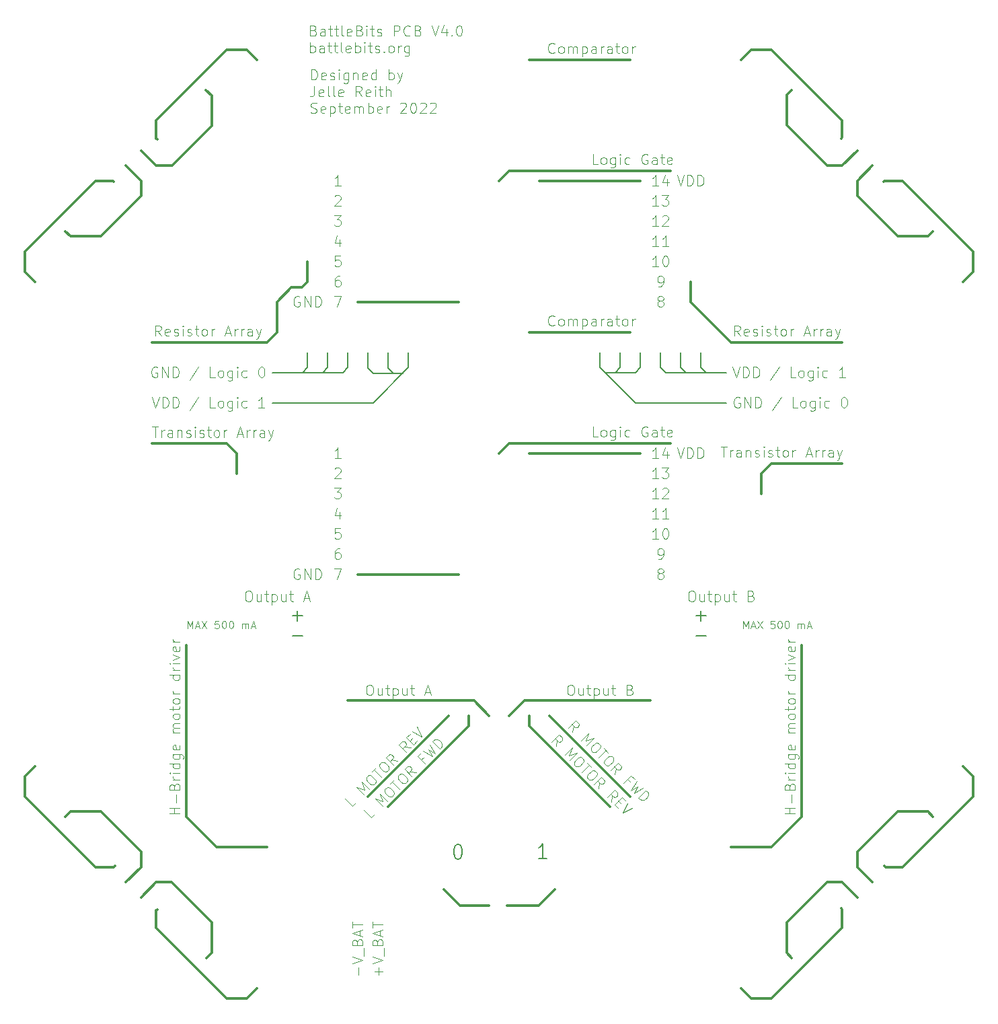
<source format=gbr>
%TF.GenerationSoftware,KiCad,Pcbnew,(6.0.7-1)-1*%
%TF.CreationDate,2022-09-07T09:45:08+02:00*%
%TF.ProjectId,BattleBits_V4,42617474-6c65-4426-9974-735f56342e6b,rev?*%
%TF.SameCoordinates,Original*%
%TF.FileFunction,Other,User*%
%FSLAX46Y46*%
G04 Gerber Fmt 4.6, Leading zero omitted, Abs format (unit mm)*
G04 Created by KiCad (PCBNEW (6.0.7-1)-1) date 2022-09-07 09:45:08*
%MOMM*%
%LPD*%
G01*
G04 APERTURE LIST*
%ADD10C,0.304800*%
%ADD11C,0.152400*%
%ADD12C,0.142240*%
%ADD13C,0.113792*%
%ADD14C,0.160000*%
%ADD15C,0.081280*%
G04 APERTURE END LIST*
D10*
X99976000Y-148170000D02*
X100103000Y-148043000D01*
D11*
X163730000Y-85305000D02*
X163095000Y-85940000D01*
D10*
X116740000Y-45300000D02*
X114200000Y-45300000D01*
X203100000Y-68160000D02*
X202465000Y-68795000D01*
X208180000Y-73240000D02*
X208180000Y-70700000D01*
X115470000Y-96100000D02*
X114200000Y-94830000D01*
X99849000Y-61810000D02*
X99976000Y-61937000D01*
X90070000Y-135470000D02*
X88800000Y-136740000D01*
X208180000Y-136740000D02*
X208180000Y-139280000D01*
X182780000Y-97370000D02*
X191670000Y-97370000D01*
X111660000Y-159600000D02*
X112295000Y-158965000D01*
D11*
X131980000Y-83400000D02*
X131980000Y-85305000D01*
D10*
X105310000Y-153631000D02*
X105437000Y-153504000D01*
D11*
X173890000Y-85305000D02*
X174525000Y-85940000D01*
D10*
X191670000Y-54190000D02*
X191670000Y-56349000D01*
X149490000Y-152990000D02*
X153449000Y-152990000D01*
X145315000Y-127215000D02*
X129440000Y-127215000D01*
X172620000Y-77050000D02*
X172620000Y-74510000D01*
D11*
X168810000Y-83400000D02*
X168810000Y-85305000D01*
D10*
X202465000Y-68795000D02*
X198655000Y-68795000D01*
D11*
X124360000Y-85305000D02*
X123725000Y-85940000D01*
X163095000Y-85940000D02*
X165635000Y-85940000D01*
X129440000Y-83400000D02*
X129440000Y-85305000D01*
D10*
X178970000Y-163410000D02*
X180240000Y-164680000D01*
X112930000Y-145630000D02*
X109120000Y-141820000D01*
D11*
X129440000Y-85305000D02*
X128805000Y-85940000D01*
D10*
X148490000Y-61810000D02*
X149760000Y-60540000D01*
X103405000Y-151980000D02*
X105310000Y-150075000D01*
X191670000Y-153504000D02*
X191543000Y-153377000D01*
X189765000Y-59905000D02*
X184685000Y-54825000D01*
X203100000Y-141820000D02*
X202465000Y-141185000D01*
D11*
X126265000Y-85940000D02*
X123725000Y-85940000D01*
X171985000Y-85940000D02*
X174525000Y-85940000D01*
D10*
X142140000Y-129120000D02*
X131980000Y-139280000D01*
X162460000Y-140550000D02*
X152300000Y-130390000D01*
D11*
X123725000Y-85940000D02*
X119915000Y-85940000D01*
X136348255Y-85997969D02*
X133860000Y-86000000D01*
D10*
X149760000Y-129120000D02*
X151665000Y-127215000D01*
D11*
X171350000Y-83400000D02*
X171350000Y-85305000D01*
D10*
X166270000Y-61810000D02*
X153570000Y-61810000D01*
X206910000Y-135470000D02*
X208180000Y-136740000D01*
D11*
X169445000Y-85940000D02*
X171985000Y-85940000D01*
X126900000Y-85305000D02*
X126265000Y-85940000D01*
D10*
X206910000Y-74510000D02*
X208180000Y-73240000D01*
X107215000Y-150075000D02*
X112295000Y-155155000D01*
X185320000Y-159600000D02*
X184685000Y-158965000D01*
D11*
X174525000Y-85940000D02*
X177065000Y-85940000D01*
D10*
X195480000Y-59905000D02*
X193575000Y-61810000D01*
X182780000Y-145630000D02*
X186590000Y-141820000D01*
D11*
X124360000Y-83400000D02*
X124360000Y-85305000D01*
D10*
X193575000Y-146265000D02*
X198655000Y-141185000D01*
X114200000Y-94830000D02*
X104800000Y-94830000D01*
X152300000Y-80860000D02*
X165000000Y-80860000D01*
X105310000Y-54190000D02*
X105310000Y-56476000D01*
X184685000Y-155155000D02*
X189765000Y-150075000D01*
X88800000Y-136740000D02*
X88800000Y-139280000D01*
X193575000Y-61810000D02*
X193575000Y-63715000D01*
X97690000Y-148170000D02*
X99976000Y-148170000D01*
X197131000Y-148170000D02*
X197004000Y-148043000D01*
X105310000Y-56476000D02*
X105437000Y-56603000D01*
X182780000Y-45300000D02*
X191670000Y-54190000D01*
X199290000Y-61810000D02*
X197004000Y-61810000D01*
X191670000Y-82130000D02*
X177700000Y-82130000D01*
X149760000Y-60540000D02*
X170080000Y-60540000D01*
X109120000Y-141820000D02*
X109120000Y-120230000D01*
X98325000Y-141185000D02*
X103405000Y-146265000D01*
X112300000Y-54900000D02*
X107300000Y-59905000D01*
D11*
X163730000Y-83400000D02*
X163730000Y-85305000D01*
D10*
X112295000Y-51100000D02*
X112300000Y-54900000D01*
D11*
X161190000Y-85305000D02*
X165635000Y-89750000D01*
X131985000Y-85365000D02*
X132620000Y-86000000D01*
D10*
X185320000Y-50380000D02*
X184685000Y-51015000D01*
X93880000Y-68160000D02*
X94515000Y-68795000D01*
X90070000Y-74510000D02*
X88800000Y-73240000D01*
X195480000Y-150075000D02*
X193575000Y-148170000D01*
X114200000Y-164680000D02*
X105310000Y-155790000D01*
D11*
X134520000Y-83400000D02*
X134520000Y-85305000D01*
D10*
X193575000Y-151980000D02*
X191670000Y-150075000D01*
D11*
X130075000Y-89750000D02*
X127535000Y-89750000D01*
X126900000Y-83400000D02*
X126900000Y-85305000D01*
D10*
X197004000Y-61810000D02*
X196877000Y-61937000D01*
X153449000Y-152990000D02*
X155475000Y-150964000D01*
X181510000Y-101180000D02*
X181510000Y-98640000D01*
X115470000Y-98640000D02*
X115470000Y-96100000D01*
X116740000Y-164680000D02*
X114200000Y-164680000D01*
X149760000Y-94830000D02*
X170080000Y-94830000D01*
X119280000Y-82130000D02*
X104800000Y-82130000D01*
X118010000Y-46570000D02*
X116740000Y-45300000D01*
X97690000Y-61810000D02*
X99849000Y-61810000D01*
X184685000Y-51015000D02*
X184685000Y-54825000D01*
X124360000Y-74510000D02*
X123700000Y-75200000D01*
X178970000Y-46570000D02*
X180240000Y-45300000D01*
X208180000Y-139280000D02*
X199290000Y-148170000D01*
X182780000Y-164680000D02*
X191670000Y-155790000D01*
X193575000Y-148170000D02*
X193575000Y-146265000D01*
X124360000Y-71970000D02*
X124360000Y-74510000D01*
X180240000Y-45300000D02*
X182780000Y-45300000D01*
X147220000Y-129120000D02*
X145315000Y-127215000D01*
X191670000Y-155790000D02*
X191670000Y-153504000D01*
X191670000Y-56349000D02*
X191543000Y-56476000D01*
X114200000Y-45300000D02*
X105310000Y-54190000D01*
D11*
X168175000Y-89750000D02*
X177065000Y-89750000D01*
D10*
X130710000Y-111340000D02*
X143410000Y-111340000D01*
X101500000Y-150075000D02*
X103405000Y-148170000D01*
X88800000Y-73240000D02*
X88800000Y-70700000D01*
X184685000Y-158965000D02*
X184685000Y-155155000D01*
X103405000Y-63715000D02*
X98325000Y-68795000D01*
X144680000Y-130390000D02*
X134520000Y-140550000D01*
X130710000Y-77050000D02*
X143410000Y-77050000D01*
X177700000Y-82130000D02*
X172620000Y-77050000D01*
D11*
X119915000Y-89750000D02*
X127535000Y-89750000D01*
D10*
X88800000Y-139280000D02*
X97690000Y-148170000D01*
X122300000Y-75200000D02*
X120550000Y-77050000D01*
X152300000Y-46570000D02*
X165000000Y-46570000D01*
X93880000Y-141820000D02*
X94515000Y-141185000D01*
X105310000Y-59905000D02*
X107300000Y-59905000D01*
D11*
X161844934Y-85940159D02*
X163095000Y-85940000D01*
D10*
X152300000Y-130390000D02*
X152300000Y-129120000D01*
X147220000Y-152996000D02*
X143537000Y-152996000D01*
X166270000Y-96100000D02*
X152300000Y-96100000D01*
X198655000Y-68795000D02*
X193575000Y-63715000D01*
X112295000Y-158965000D02*
X112295000Y-155155000D01*
X105310000Y-150075000D02*
X107215000Y-150075000D01*
D11*
X171350000Y-85305000D02*
X171985000Y-85940000D01*
X165635000Y-89750000D02*
X168175000Y-89750000D01*
X161190000Y-83400000D02*
X161190000Y-85305000D01*
D10*
X177700000Y-145630000D02*
X182780000Y-145630000D01*
X101500000Y-59905000D02*
X103405000Y-61810000D01*
X191670000Y-150075000D02*
X189765000Y-150075000D01*
X118010000Y-163410000D02*
X116740000Y-164680000D01*
X88800000Y-70700000D02*
X97690000Y-61810000D01*
X103405000Y-61810000D02*
X103405000Y-63715000D01*
X148490000Y-96100000D02*
X149760000Y-94830000D01*
X120550000Y-80860000D02*
X120550000Y-77050000D01*
X193575000Y-58000000D02*
X191670000Y-59905000D01*
D11*
X132615000Y-89750000D02*
X130075000Y-89750000D01*
D10*
X143537000Y-152996000D02*
X141505000Y-150964000D01*
X199290000Y-148170000D02*
X197131000Y-148170000D01*
D11*
X135160000Y-86000000D02*
X132620000Y-86000000D01*
D10*
X111600000Y-50400000D02*
X112295000Y-51100000D01*
D11*
X168810000Y-85305000D02*
X169445000Y-85940000D01*
D10*
X105310000Y-155790000D02*
X105310000Y-153631000D01*
X165000000Y-139280000D02*
X154840000Y-129120000D01*
X208180000Y-70700000D02*
X199290000Y-61810000D01*
X180240000Y-164680000D02*
X182780000Y-164680000D01*
X119280000Y-82130000D02*
X120550000Y-80860000D01*
D11*
X166270000Y-83400000D02*
X166270000Y-85305000D01*
X173890000Y-83400000D02*
X173890000Y-85305000D01*
D10*
X186590000Y-141820000D02*
X186590000Y-120230000D01*
D11*
X137060000Y-83400000D02*
X137060000Y-85305000D01*
D10*
X151665000Y-127215000D02*
X167540000Y-127215000D01*
X123700000Y-75200000D02*
X122300000Y-75200000D01*
D11*
X137060000Y-85305000D02*
X132615000Y-89750000D01*
D10*
X103405000Y-58000000D02*
X105310000Y-59905000D01*
X181510000Y-98640000D02*
X182780000Y-97370000D01*
D11*
X134525000Y-85365000D02*
X135160000Y-86000000D01*
D10*
X144680000Y-130390000D02*
X144680000Y-129120000D01*
D11*
X166270000Y-85305000D02*
X165635000Y-85940000D01*
D10*
X191670000Y-59905000D02*
X189765000Y-59905000D01*
X103405000Y-148170000D02*
X103405000Y-146265000D01*
D11*
X128805000Y-85940000D02*
X126265000Y-85940000D01*
D10*
X119280000Y-145630000D02*
X112930000Y-145630000D01*
X94515000Y-141185000D02*
X98325000Y-141185000D01*
X202465000Y-141185000D02*
X198655000Y-141185000D01*
X94515000Y-68795000D02*
X98325000Y-68795000D01*
D12*
X173266853Y-116536840D02*
X174513146Y-116536840D01*
X173890000Y-117159986D02*
X173890000Y-115913693D01*
D13*
X123362965Y-76395696D02*
X123238336Y-76333381D01*
X123051392Y-76333381D01*
X122864448Y-76395696D01*
X122739818Y-76520325D01*
X122677504Y-76644954D01*
X122615189Y-76894213D01*
X122615189Y-77081157D01*
X122677504Y-77330416D01*
X122739818Y-77455045D01*
X122864448Y-77579674D01*
X123051392Y-77641989D01*
X123176021Y-77641989D01*
X123362965Y-77579674D01*
X123425280Y-77517360D01*
X123425280Y-77081157D01*
X123176021Y-77081157D01*
X123986112Y-77641989D02*
X123986112Y-76333381D01*
X124733888Y-77641989D01*
X124733888Y-76333381D01*
X125357034Y-77641989D02*
X125357034Y-76333381D01*
X125668608Y-76333381D01*
X125855552Y-76395696D01*
X125980181Y-76520325D01*
X126042496Y-76644954D01*
X126104810Y-76894213D01*
X126104810Y-77081157D01*
X126042496Y-77330416D01*
X125980181Y-77455045D01*
X125855552Y-77579674D01*
X125668608Y-77641989D01*
X125357034Y-77641989D01*
X128419258Y-108083381D02*
X128170000Y-108083381D01*
X128045370Y-108145696D01*
X127983056Y-108208010D01*
X127858426Y-108394954D01*
X127796112Y-108644213D01*
X127796112Y-109142730D01*
X127858426Y-109267360D01*
X127920741Y-109329674D01*
X128045370Y-109391989D01*
X128294629Y-109391989D01*
X128419258Y-109329674D01*
X128481573Y-109267360D01*
X128543888Y-109142730D01*
X128543888Y-108831157D01*
X128481573Y-108706528D01*
X128419258Y-108644213D01*
X128294629Y-108581898D01*
X128045370Y-108581898D01*
X127920741Y-108644213D01*
X127858426Y-108706528D01*
X127796112Y-108831157D01*
X133343472Y-161754461D02*
X133343472Y-160757427D01*
X133841989Y-161255944D02*
X132844954Y-161255944D01*
X132533381Y-160321224D02*
X133841989Y-159885021D01*
X132533381Y-159448819D01*
X133966618Y-159324189D02*
X133966618Y-158327155D01*
X133156528Y-157579379D02*
X133218842Y-157392435D01*
X133281157Y-157330120D01*
X133405786Y-157267805D01*
X133592730Y-157267805D01*
X133717360Y-157330120D01*
X133779674Y-157392435D01*
X133841989Y-157517064D01*
X133841989Y-158015581D01*
X132533381Y-158015581D01*
X132533381Y-157579379D01*
X132595696Y-157454749D01*
X132658010Y-157392435D01*
X132782640Y-157330120D01*
X132907269Y-157330120D01*
X133031898Y-157392435D01*
X133094213Y-157454749D01*
X133156528Y-157579379D01*
X133156528Y-158015581D01*
X133468101Y-156769288D02*
X133468101Y-156146141D01*
X133841989Y-156893917D02*
X132533381Y-156457715D01*
X133841989Y-156021512D01*
X132533381Y-155772253D02*
X132533381Y-155024477D01*
X133841989Y-155398365D02*
X132533381Y-155398365D01*
X128543888Y-62401989D02*
X127796112Y-62401989D01*
X128170000Y-62401989D02*
X128170000Y-61093381D01*
X128045370Y-61280325D01*
X127920741Y-61404954D01*
X127796112Y-61467269D01*
X168560741Y-72561989D02*
X167812965Y-72561989D01*
X168186853Y-72561989D02*
X168186853Y-71253381D01*
X168062224Y-71440325D01*
X167937594Y-71564954D01*
X167812965Y-71627269D01*
X169370832Y-71253381D02*
X169495461Y-71253381D01*
X169620090Y-71315696D01*
X169682405Y-71378010D01*
X169744720Y-71502640D01*
X169807034Y-71751898D01*
X169807034Y-72063472D01*
X169744720Y-72312730D01*
X169682405Y-72437360D01*
X169620090Y-72499674D01*
X169495461Y-72561989D01*
X169370832Y-72561989D01*
X169246202Y-72499674D01*
X169183888Y-72437360D01*
X169121573Y-72312730D01*
X169059258Y-72063472D01*
X169059258Y-71751898D01*
X169121573Y-71502640D01*
X169183888Y-71378010D01*
X169246202Y-71315696D01*
X169370832Y-71253381D01*
D14*
X154525714Y-147032380D02*
X153474285Y-147032380D01*
X154000000Y-147032380D02*
X154000000Y-145192380D01*
X153824761Y-145455238D01*
X153649523Y-145630476D01*
X153474285Y-145718095D01*
D13*
X127733797Y-66173381D02*
X128543888Y-66173381D01*
X128107685Y-66671898D01*
X128294629Y-66671898D01*
X128419258Y-66734213D01*
X128481573Y-66796528D01*
X128543888Y-66921157D01*
X128543888Y-67232730D01*
X128481573Y-67357360D01*
X128419258Y-67419674D01*
X128294629Y-67481989D01*
X127920741Y-67481989D01*
X127796112Y-67419674D01*
X127733797Y-67357360D01*
D15*
X109277625Y-118112849D02*
X109277625Y-117178129D01*
X109589198Y-117845786D01*
X109900771Y-117178129D01*
X109900771Y-118112849D01*
X110301366Y-117845786D02*
X110746470Y-117845786D01*
X110212345Y-118112849D02*
X110523918Y-117178129D01*
X110835491Y-118112849D01*
X111058044Y-117178129D02*
X111681190Y-118112849D01*
X111681190Y-117178129D02*
X111058044Y-118112849D01*
X113194547Y-117178129D02*
X112749442Y-117178129D01*
X112704931Y-117623234D01*
X112749442Y-117578723D01*
X112838463Y-117534213D01*
X113061015Y-117534213D01*
X113150036Y-117578723D01*
X113194547Y-117623234D01*
X113239057Y-117712255D01*
X113239057Y-117934807D01*
X113194547Y-118023828D01*
X113150036Y-118068339D01*
X113061015Y-118112849D01*
X112838463Y-118112849D01*
X112749442Y-118068339D01*
X112704931Y-118023828D01*
X113817693Y-117178129D02*
X113906714Y-117178129D01*
X113995735Y-117222640D01*
X114040246Y-117267150D01*
X114084756Y-117356171D01*
X114129267Y-117534213D01*
X114129267Y-117756765D01*
X114084756Y-117934807D01*
X114040246Y-118023828D01*
X113995735Y-118068339D01*
X113906714Y-118112849D01*
X113817693Y-118112849D01*
X113728672Y-118068339D01*
X113684162Y-118023828D01*
X113639651Y-117934807D01*
X113595141Y-117756765D01*
X113595141Y-117534213D01*
X113639651Y-117356171D01*
X113684162Y-117267150D01*
X113728672Y-117222640D01*
X113817693Y-117178129D01*
X114707903Y-117178129D02*
X114796924Y-117178129D01*
X114885945Y-117222640D01*
X114930455Y-117267150D01*
X114974966Y-117356171D01*
X115019476Y-117534213D01*
X115019476Y-117756765D01*
X114974966Y-117934807D01*
X114930455Y-118023828D01*
X114885945Y-118068339D01*
X114796924Y-118112849D01*
X114707903Y-118112849D01*
X114618882Y-118068339D01*
X114574371Y-118023828D01*
X114529861Y-117934807D01*
X114485350Y-117756765D01*
X114485350Y-117534213D01*
X114529861Y-117356171D01*
X114574371Y-117267150D01*
X114618882Y-117222640D01*
X114707903Y-117178129D01*
X116132238Y-118112849D02*
X116132238Y-117489702D01*
X116132238Y-117578723D02*
X116176748Y-117534213D01*
X116265769Y-117489702D01*
X116399301Y-117489702D01*
X116488322Y-117534213D01*
X116532832Y-117623234D01*
X116532832Y-118112849D01*
X116532832Y-117623234D02*
X116577343Y-117534213D01*
X116666364Y-117489702D01*
X116799895Y-117489702D01*
X116888916Y-117534213D01*
X116933427Y-117623234D01*
X116933427Y-118112849D01*
X117334021Y-117845786D02*
X117779126Y-117845786D01*
X117245000Y-118112849D02*
X117556573Y-117178129D01*
X117868147Y-118112849D01*
D13*
X172628805Y-113398077D02*
X172878064Y-113398077D01*
X173002693Y-113460392D01*
X173127322Y-113585021D01*
X173189637Y-113834280D01*
X173189637Y-114270482D01*
X173127322Y-114519741D01*
X173002693Y-114644370D01*
X172878064Y-114706685D01*
X172628805Y-114706685D01*
X172504176Y-114644370D01*
X172379546Y-114519741D01*
X172317232Y-114270482D01*
X172317232Y-113834280D01*
X172379546Y-113585021D01*
X172504176Y-113460392D01*
X172628805Y-113398077D01*
X174311301Y-113834280D02*
X174311301Y-114706685D01*
X173750469Y-113834280D02*
X173750469Y-114519741D01*
X173812784Y-114644370D01*
X173937413Y-114706685D01*
X174124357Y-114706685D01*
X174248986Y-114644370D01*
X174311301Y-114582056D01*
X174747504Y-113834280D02*
X175246021Y-113834280D01*
X174934448Y-113398077D02*
X174934448Y-114519741D01*
X174996762Y-114644370D01*
X175121392Y-114706685D01*
X175246021Y-114706685D01*
X175682224Y-113834280D02*
X175682224Y-115142888D01*
X175682224Y-113896594D02*
X175806853Y-113834280D01*
X176056112Y-113834280D01*
X176180741Y-113896594D01*
X176243056Y-113958909D01*
X176305370Y-114083538D01*
X176305370Y-114457426D01*
X176243056Y-114582056D01*
X176180741Y-114644370D01*
X176056112Y-114706685D01*
X175806853Y-114706685D01*
X175682224Y-114644370D01*
X177427034Y-113834280D02*
X177427034Y-114706685D01*
X176866202Y-113834280D02*
X176866202Y-114519741D01*
X176928517Y-114644370D01*
X177053146Y-114706685D01*
X177240090Y-114706685D01*
X177364720Y-114644370D01*
X177427034Y-114582056D01*
X177863237Y-113834280D02*
X178361754Y-113834280D01*
X178050181Y-113398077D02*
X178050181Y-114519741D01*
X178112496Y-114644370D01*
X178237125Y-114706685D01*
X178361754Y-114706685D01*
X180231194Y-114021224D02*
X180418138Y-114083538D01*
X180480453Y-114145853D01*
X180542768Y-114270482D01*
X180542768Y-114457426D01*
X180480453Y-114582056D01*
X180418138Y-114644370D01*
X180293509Y-114706685D01*
X179794992Y-114706685D01*
X179794992Y-113398077D01*
X180231194Y-113398077D01*
X180355824Y-113460392D01*
X180418138Y-113522706D01*
X180480453Y-113647336D01*
X180480453Y-113771965D01*
X180418138Y-113896594D01*
X180355824Y-113958909D01*
X180231194Y-114021224D01*
X179794992Y-114021224D01*
X155465314Y-79911056D02*
X155402999Y-79973370D01*
X155216055Y-80035685D01*
X155091426Y-80035685D01*
X154904482Y-79973370D01*
X154779852Y-79848741D01*
X154717538Y-79724112D01*
X154655223Y-79474853D01*
X154655223Y-79287909D01*
X154717538Y-79038650D01*
X154779852Y-78914021D01*
X154904482Y-78789392D01*
X155091426Y-78727077D01*
X155216055Y-78727077D01*
X155402999Y-78789392D01*
X155465314Y-78851706D01*
X156213090Y-80035685D02*
X156088460Y-79973370D01*
X156026146Y-79911056D01*
X155963831Y-79786426D01*
X155963831Y-79412538D01*
X156026146Y-79287909D01*
X156088460Y-79225594D01*
X156213090Y-79163280D01*
X156400034Y-79163280D01*
X156524663Y-79225594D01*
X156586978Y-79287909D01*
X156649292Y-79412538D01*
X156649292Y-79786426D01*
X156586978Y-79911056D01*
X156524663Y-79973370D01*
X156400034Y-80035685D01*
X156213090Y-80035685D01*
X157210124Y-80035685D02*
X157210124Y-79163280D01*
X157210124Y-79287909D02*
X157272439Y-79225594D01*
X157397068Y-79163280D01*
X157584012Y-79163280D01*
X157708642Y-79225594D01*
X157770956Y-79350224D01*
X157770956Y-80035685D01*
X157770956Y-79350224D02*
X157833271Y-79225594D01*
X157957900Y-79163280D01*
X158144844Y-79163280D01*
X158269474Y-79225594D01*
X158331788Y-79350224D01*
X158331788Y-80035685D01*
X158954935Y-79163280D02*
X158954935Y-80471888D01*
X158954935Y-79225594D02*
X159079564Y-79163280D01*
X159328823Y-79163280D01*
X159453452Y-79225594D01*
X159515767Y-79287909D01*
X159578082Y-79412538D01*
X159578082Y-79786426D01*
X159515767Y-79911056D01*
X159453452Y-79973370D01*
X159328823Y-80035685D01*
X159079564Y-80035685D01*
X158954935Y-79973370D01*
X160699746Y-80035685D02*
X160699746Y-79350224D01*
X160637431Y-79225594D01*
X160512802Y-79163280D01*
X160263543Y-79163280D01*
X160138914Y-79225594D01*
X160699746Y-79973370D02*
X160575116Y-80035685D01*
X160263543Y-80035685D01*
X160138914Y-79973370D01*
X160076599Y-79848741D01*
X160076599Y-79724112D01*
X160138914Y-79599482D01*
X160263543Y-79537168D01*
X160575116Y-79537168D01*
X160699746Y-79474853D01*
X161322892Y-80035685D02*
X161322892Y-79163280D01*
X161322892Y-79412538D02*
X161385207Y-79287909D01*
X161447522Y-79225594D01*
X161572151Y-79163280D01*
X161696780Y-79163280D01*
X162693815Y-80035685D02*
X162693815Y-79350224D01*
X162631500Y-79225594D01*
X162506871Y-79163280D01*
X162257612Y-79163280D01*
X162132983Y-79225594D01*
X162693815Y-79973370D02*
X162569186Y-80035685D01*
X162257612Y-80035685D01*
X162132983Y-79973370D01*
X162070668Y-79848741D01*
X162070668Y-79724112D01*
X162132983Y-79599482D01*
X162257612Y-79537168D01*
X162569186Y-79537168D01*
X162693815Y-79474853D01*
X163130018Y-79163280D02*
X163628535Y-79163280D01*
X163316962Y-78727077D02*
X163316962Y-79848741D01*
X163379276Y-79973370D01*
X163503906Y-80035685D01*
X163628535Y-80035685D01*
X164251682Y-80035685D02*
X164127052Y-79973370D01*
X164064738Y-79911056D01*
X164002423Y-79786426D01*
X164002423Y-79412538D01*
X164064738Y-79287909D01*
X164127052Y-79225594D01*
X164251682Y-79163280D01*
X164438626Y-79163280D01*
X164563255Y-79225594D01*
X164625570Y-79287909D01*
X164687884Y-79412538D01*
X164687884Y-79786426D01*
X164625570Y-79911056D01*
X164563255Y-79973370D01*
X164438626Y-80035685D01*
X164251682Y-80035685D01*
X165248716Y-80035685D02*
X165248716Y-79163280D01*
X165248716Y-79412538D02*
X165311031Y-79287909D01*
X165373346Y-79225594D01*
X165497975Y-79163280D01*
X165622604Y-79163280D01*
X128419258Y-69149584D02*
X128419258Y-70021989D01*
X128107685Y-68651066D02*
X127796112Y-69585786D01*
X128606202Y-69585786D01*
X123362965Y-110685696D02*
X123238336Y-110623381D01*
X123051392Y-110623381D01*
X122864448Y-110685696D01*
X122739818Y-110810325D01*
X122677504Y-110934954D01*
X122615189Y-111184213D01*
X122615189Y-111371157D01*
X122677504Y-111620416D01*
X122739818Y-111745045D01*
X122864448Y-111869674D01*
X123051392Y-111931989D01*
X123176021Y-111931989D01*
X123362965Y-111869674D01*
X123425280Y-111807360D01*
X123425280Y-111371157D01*
X123176021Y-111371157D01*
X123986112Y-111931989D02*
X123986112Y-110623381D01*
X124733888Y-111931989D01*
X124733888Y-110623381D01*
X125357034Y-111931989D02*
X125357034Y-110623381D01*
X125668608Y-110623381D01*
X125855552Y-110685696D01*
X125980181Y-110810325D01*
X126042496Y-110934954D01*
X126104810Y-111184213D01*
X126104810Y-111371157D01*
X126042496Y-111620416D01*
X125980181Y-111745045D01*
X125855552Y-111869674D01*
X125668608Y-111931989D01*
X125357034Y-111931989D01*
D12*
X122466853Y-116536840D02*
X123713146Y-116536840D01*
X123090000Y-117159986D02*
X123090000Y-115913693D01*
D13*
X168560741Y-99231989D02*
X167812965Y-99231989D01*
X168186853Y-99231989D02*
X168186853Y-97923381D01*
X168062224Y-98110325D01*
X167937594Y-98234954D01*
X167812965Y-98297269D01*
X168996944Y-97923381D02*
X169807034Y-97923381D01*
X169370832Y-98421898D01*
X169557776Y-98421898D01*
X169682405Y-98484213D01*
X169744720Y-98546528D01*
X169807034Y-98671157D01*
X169807034Y-98982730D01*
X169744720Y-99107360D01*
X169682405Y-99169674D01*
X169557776Y-99231989D01*
X169183888Y-99231989D01*
X169059258Y-99169674D01*
X168996944Y-99107360D01*
X168560741Y-96691989D02*
X167812965Y-96691989D01*
X168186853Y-96691989D02*
X168186853Y-95383381D01*
X168062224Y-95570325D01*
X167937594Y-95694954D01*
X167812965Y-95757269D01*
X169682405Y-95819584D02*
X169682405Y-96691989D01*
X169370832Y-95321066D02*
X169059258Y-96255786D01*
X169869349Y-96255786D01*
X124845538Y-49063967D02*
X124845538Y-47755359D01*
X125157111Y-47755359D01*
X125344055Y-47817674D01*
X125468684Y-47942303D01*
X125530999Y-48066932D01*
X125593314Y-48316191D01*
X125593314Y-48503135D01*
X125530999Y-48752394D01*
X125468684Y-48877023D01*
X125344055Y-49001652D01*
X125157111Y-49063967D01*
X124845538Y-49063967D01*
X126652663Y-49001652D02*
X126528034Y-49063967D01*
X126278775Y-49063967D01*
X126154146Y-49001652D01*
X126091831Y-48877023D01*
X126091831Y-48378506D01*
X126154146Y-48253876D01*
X126278775Y-48191562D01*
X126528034Y-48191562D01*
X126652663Y-48253876D01*
X126714978Y-48378506D01*
X126714978Y-48503135D01*
X126091831Y-48627764D01*
X127213495Y-49001652D02*
X127338124Y-49063967D01*
X127587383Y-49063967D01*
X127712012Y-49001652D01*
X127774327Y-48877023D01*
X127774327Y-48814708D01*
X127712012Y-48690079D01*
X127587383Y-48627764D01*
X127400439Y-48627764D01*
X127275810Y-48565450D01*
X127213495Y-48440820D01*
X127213495Y-48378506D01*
X127275810Y-48253876D01*
X127400439Y-48191562D01*
X127587383Y-48191562D01*
X127712012Y-48253876D01*
X128335159Y-49063967D02*
X128335159Y-48191562D01*
X128335159Y-47755359D02*
X128272844Y-47817674D01*
X128335159Y-47879988D01*
X128397474Y-47817674D01*
X128335159Y-47755359D01*
X128335159Y-47879988D01*
X129519138Y-48191562D02*
X129519138Y-49250911D01*
X129456823Y-49375540D01*
X129394508Y-49437855D01*
X129269879Y-49500170D01*
X129082935Y-49500170D01*
X128958306Y-49437855D01*
X129519138Y-49001652D02*
X129394508Y-49063967D01*
X129145250Y-49063967D01*
X129020620Y-49001652D01*
X128958306Y-48939338D01*
X128895991Y-48814708D01*
X128895991Y-48440820D01*
X128958306Y-48316191D01*
X129020620Y-48253876D01*
X129145250Y-48191562D01*
X129394508Y-48191562D01*
X129519138Y-48253876D01*
X130142284Y-48191562D02*
X130142284Y-49063967D01*
X130142284Y-48316191D02*
X130204599Y-48253876D01*
X130329228Y-48191562D01*
X130516172Y-48191562D01*
X130640802Y-48253876D01*
X130703116Y-48378506D01*
X130703116Y-49063967D01*
X131824780Y-49001652D02*
X131700151Y-49063967D01*
X131450892Y-49063967D01*
X131326263Y-49001652D01*
X131263948Y-48877023D01*
X131263948Y-48378506D01*
X131326263Y-48253876D01*
X131450892Y-48191562D01*
X131700151Y-48191562D01*
X131824780Y-48253876D01*
X131887095Y-48378506D01*
X131887095Y-48503135D01*
X131263948Y-48627764D01*
X133008759Y-49063967D02*
X133008759Y-47755359D01*
X133008759Y-49001652D02*
X132884130Y-49063967D01*
X132634871Y-49063967D01*
X132510242Y-49001652D01*
X132447927Y-48939338D01*
X132385612Y-48814708D01*
X132385612Y-48440820D01*
X132447927Y-48316191D01*
X132510242Y-48253876D01*
X132634871Y-48191562D01*
X132884130Y-48191562D01*
X133008759Y-48253876D01*
X134628940Y-49063967D02*
X134628940Y-47755359D01*
X134628940Y-48253876D02*
X134753570Y-48191562D01*
X135002828Y-48191562D01*
X135127458Y-48253876D01*
X135189772Y-48316191D01*
X135252087Y-48440820D01*
X135252087Y-48814708D01*
X135189772Y-48939338D01*
X135127458Y-49001652D01*
X135002828Y-49063967D01*
X134753570Y-49063967D01*
X134628940Y-49001652D01*
X135688290Y-48191562D02*
X135999863Y-49063967D01*
X136311436Y-48191562D02*
X135999863Y-49063967D01*
X135875234Y-49375540D01*
X135812919Y-49437855D01*
X135688290Y-49500170D01*
X125219426Y-49862218D02*
X125219426Y-50796938D01*
X125157111Y-50983882D01*
X125032482Y-51108511D01*
X124845538Y-51170826D01*
X124720908Y-51170826D01*
X126341090Y-51108511D02*
X126216460Y-51170826D01*
X125967202Y-51170826D01*
X125842572Y-51108511D01*
X125780258Y-50983882D01*
X125780258Y-50485365D01*
X125842572Y-50360735D01*
X125967202Y-50298421D01*
X126216460Y-50298421D01*
X126341090Y-50360735D01*
X126403404Y-50485365D01*
X126403404Y-50609994D01*
X125780258Y-50734623D01*
X127151180Y-51170826D02*
X127026551Y-51108511D01*
X126964236Y-50983882D01*
X126964236Y-49862218D01*
X127836642Y-51170826D02*
X127712012Y-51108511D01*
X127649698Y-50983882D01*
X127649698Y-49862218D01*
X128833676Y-51108511D02*
X128709047Y-51170826D01*
X128459788Y-51170826D01*
X128335159Y-51108511D01*
X128272844Y-50983882D01*
X128272844Y-50485365D01*
X128335159Y-50360735D01*
X128459788Y-50298421D01*
X128709047Y-50298421D01*
X128833676Y-50360735D01*
X128895991Y-50485365D01*
X128895991Y-50609994D01*
X128272844Y-50734623D01*
X131201634Y-51170826D02*
X130765431Y-50547679D01*
X130453858Y-51170826D02*
X130453858Y-49862218D01*
X130952375Y-49862218D01*
X131077004Y-49924533D01*
X131139319Y-49986847D01*
X131201634Y-50111477D01*
X131201634Y-50298421D01*
X131139319Y-50423050D01*
X131077004Y-50485365D01*
X130952375Y-50547679D01*
X130453858Y-50547679D01*
X132260983Y-51108511D02*
X132136354Y-51170826D01*
X131887095Y-51170826D01*
X131762466Y-51108511D01*
X131700151Y-50983882D01*
X131700151Y-50485365D01*
X131762466Y-50360735D01*
X131887095Y-50298421D01*
X132136354Y-50298421D01*
X132260983Y-50360735D01*
X132323298Y-50485365D01*
X132323298Y-50609994D01*
X131700151Y-50734623D01*
X132884130Y-51170826D02*
X132884130Y-50298421D01*
X132884130Y-49862218D02*
X132821815Y-49924533D01*
X132884130Y-49986847D01*
X132946444Y-49924533D01*
X132884130Y-49862218D01*
X132884130Y-49986847D01*
X133320332Y-50298421D02*
X133818850Y-50298421D01*
X133507276Y-49862218D02*
X133507276Y-50983882D01*
X133569591Y-51108511D01*
X133694220Y-51170826D01*
X133818850Y-51170826D01*
X134255052Y-51170826D02*
X134255052Y-49862218D01*
X134815884Y-51170826D02*
X134815884Y-50485365D01*
X134753570Y-50360735D01*
X134628940Y-50298421D01*
X134441996Y-50298421D01*
X134317367Y-50360735D01*
X134255052Y-50423050D01*
X124783223Y-53215370D02*
X124970167Y-53277685D01*
X125281740Y-53277685D01*
X125406370Y-53215370D01*
X125468684Y-53153056D01*
X125530999Y-53028426D01*
X125530999Y-52903797D01*
X125468684Y-52779168D01*
X125406370Y-52716853D01*
X125281740Y-52654538D01*
X125032482Y-52592224D01*
X124907852Y-52529909D01*
X124845538Y-52467594D01*
X124783223Y-52342965D01*
X124783223Y-52218336D01*
X124845538Y-52093706D01*
X124907852Y-52031392D01*
X125032482Y-51969077D01*
X125344055Y-51969077D01*
X125530999Y-52031392D01*
X126590348Y-53215370D02*
X126465719Y-53277685D01*
X126216460Y-53277685D01*
X126091831Y-53215370D01*
X126029516Y-53090741D01*
X126029516Y-52592224D01*
X126091831Y-52467594D01*
X126216460Y-52405280D01*
X126465719Y-52405280D01*
X126590348Y-52467594D01*
X126652663Y-52592224D01*
X126652663Y-52716853D01*
X126029516Y-52841482D01*
X127213495Y-52405280D02*
X127213495Y-53713888D01*
X127213495Y-52467594D02*
X127338124Y-52405280D01*
X127587383Y-52405280D01*
X127712012Y-52467594D01*
X127774327Y-52529909D01*
X127836642Y-52654538D01*
X127836642Y-53028426D01*
X127774327Y-53153056D01*
X127712012Y-53215370D01*
X127587383Y-53277685D01*
X127338124Y-53277685D01*
X127213495Y-53215370D01*
X128210530Y-52405280D02*
X128709047Y-52405280D01*
X128397474Y-51969077D02*
X128397474Y-53090741D01*
X128459788Y-53215370D01*
X128584418Y-53277685D01*
X128709047Y-53277685D01*
X129643767Y-53215370D02*
X129519138Y-53277685D01*
X129269879Y-53277685D01*
X129145250Y-53215370D01*
X129082935Y-53090741D01*
X129082935Y-52592224D01*
X129145250Y-52467594D01*
X129269879Y-52405280D01*
X129519138Y-52405280D01*
X129643767Y-52467594D01*
X129706082Y-52592224D01*
X129706082Y-52716853D01*
X129082935Y-52841482D01*
X130266914Y-53277685D02*
X130266914Y-52405280D01*
X130266914Y-52529909D02*
X130329228Y-52467594D01*
X130453858Y-52405280D01*
X130640802Y-52405280D01*
X130765431Y-52467594D01*
X130827746Y-52592224D01*
X130827746Y-53277685D01*
X130827746Y-52592224D02*
X130890060Y-52467594D01*
X131014690Y-52405280D01*
X131201634Y-52405280D01*
X131326263Y-52467594D01*
X131388578Y-52592224D01*
X131388578Y-53277685D01*
X132011724Y-53277685D02*
X132011724Y-51969077D01*
X132011724Y-52467594D02*
X132136354Y-52405280D01*
X132385612Y-52405280D01*
X132510242Y-52467594D01*
X132572556Y-52529909D01*
X132634871Y-52654538D01*
X132634871Y-53028426D01*
X132572556Y-53153056D01*
X132510242Y-53215370D01*
X132385612Y-53277685D01*
X132136354Y-53277685D01*
X132011724Y-53215370D01*
X133694220Y-53215370D02*
X133569591Y-53277685D01*
X133320332Y-53277685D01*
X133195703Y-53215370D01*
X133133388Y-53090741D01*
X133133388Y-52592224D01*
X133195703Y-52467594D01*
X133320332Y-52405280D01*
X133569591Y-52405280D01*
X133694220Y-52467594D01*
X133756535Y-52592224D01*
X133756535Y-52716853D01*
X133133388Y-52841482D01*
X134317367Y-53277685D02*
X134317367Y-52405280D01*
X134317367Y-52654538D02*
X134379682Y-52529909D01*
X134441996Y-52467594D01*
X134566626Y-52405280D01*
X134691255Y-52405280D01*
X136062178Y-52093706D02*
X136124492Y-52031392D01*
X136249122Y-51969077D01*
X136560695Y-51969077D01*
X136685324Y-52031392D01*
X136747639Y-52093706D01*
X136809954Y-52218336D01*
X136809954Y-52342965D01*
X136747639Y-52529909D01*
X135999863Y-53277685D01*
X136809954Y-53277685D01*
X137620044Y-51969077D02*
X137744674Y-51969077D01*
X137869303Y-52031392D01*
X137931618Y-52093706D01*
X137993932Y-52218336D01*
X138056247Y-52467594D01*
X138056247Y-52779168D01*
X137993932Y-53028426D01*
X137931618Y-53153056D01*
X137869303Y-53215370D01*
X137744674Y-53277685D01*
X137620044Y-53277685D01*
X137495415Y-53215370D01*
X137433100Y-53153056D01*
X137370786Y-53028426D01*
X137308471Y-52779168D01*
X137308471Y-52467594D01*
X137370786Y-52218336D01*
X137433100Y-52093706D01*
X137495415Y-52031392D01*
X137620044Y-51969077D01*
X138554764Y-52093706D02*
X138617079Y-52031392D01*
X138741708Y-51969077D01*
X139053282Y-51969077D01*
X139177911Y-52031392D01*
X139240226Y-52093706D01*
X139302540Y-52218336D01*
X139302540Y-52342965D01*
X139240226Y-52529909D01*
X138492450Y-53277685D01*
X139302540Y-53277685D01*
X139801058Y-52093706D02*
X139863372Y-52031392D01*
X139988002Y-51969077D01*
X140299575Y-51969077D01*
X140424204Y-52031392D01*
X140486519Y-52093706D01*
X140548834Y-52218336D01*
X140548834Y-52342965D01*
X140486519Y-52529909D01*
X139738743Y-53277685D01*
X140548834Y-53277685D01*
X168685370Y-76894213D02*
X168560741Y-76831898D01*
X168498426Y-76769584D01*
X168436112Y-76644954D01*
X168436112Y-76582640D01*
X168498426Y-76458010D01*
X168560741Y-76395696D01*
X168685370Y-76333381D01*
X168934629Y-76333381D01*
X169059258Y-76395696D01*
X169121573Y-76458010D01*
X169183888Y-76582640D01*
X169183888Y-76644954D01*
X169121573Y-76769584D01*
X169059258Y-76831898D01*
X168934629Y-76894213D01*
X168685370Y-76894213D01*
X168560741Y-76956528D01*
X168498426Y-77018842D01*
X168436112Y-77143472D01*
X168436112Y-77392730D01*
X168498426Y-77517360D01*
X168560741Y-77579674D01*
X168685370Y-77641989D01*
X168934629Y-77641989D01*
X169059258Y-77579674D01*
X169121573Y-77517360D01*
X169183888Y-77392730D01*
X169183888Y-77143472D01*
X169121573Y-77018842D01*
X169059258Y-76956528D01*
X168934629Y-76894213D01*
X157388805Y-125209077D02*
X157638064Y-125209077D01*
X157762693Y-125271392D01*
X157887322Y-125396021D01*
X157949637Y-125645280D01*
X157949637Y-126081482D01*
X157887322Y-126330741D01*
X157762693Y-126455370D01*
X157638064Y-126517685D01*
X157388805Y-126517685D01*
X157264176Y-126455370D01*
X157139546Y-126330741D01*
X157077232Y-126081482D01*
X157077232Y-125645280D01*
X157139546Y-125396021D01*
X157264176Y-125271392D01*
X157388805Y-125209077D01*
X159071301Y-125645280D02*
X159071301Y-126517685D01*
X158510469Y-125645280D02*
X158510469Y-126330741D01*
X158572784Y-126455370D01*
X158697413Y-126517685D01*
X158884357Y-126517685D01*
X159008986Y-126455370D01*
X159071301Y-126393056D01*
X159507504Y-125645280D02*
X160006021Y-125645280D01*
X159694448Y-125209077D02*
X159694448Y-126330741D01*
X159756762Y-126455370D01*
X159881392Y-126517685D01*
X160006021Y-126517685D01*
X160442224Y-125645280D02*
X160442224Y-126953888D01*
X160442224Y-125707594D02*
X160566853Y-125645280D01*
X160816112Y-125645280D01*
X160940741Y-125707594D01*
X161003056Y-125769909D01*
X161065370Y-125894538D01*
X161065370Y-126268426D01*
X161003056Y-126393056D01*
X160940741Y-126455370D01*
X160816112Y-126517685D01*
X160566853Y-126517685D01*
X160442224Y-126455370D01*
X162187034Y-125645280D02*
X162187034Y-126517685D01*
X161626202Y-125645280D02*
X161626202Y-126330741D01*
X161688517Y-126455370D01*
X161813146Y-126517685D01*
X162000090Y-126517685D01*
X162124720Y-126455370D01*
X162187034Y-126393056D01*
X162623237Y-125645280D02*
X163121754Y-125645280D01*
X162810181Y-125209077D02*
X162810181Y-126330741D01*
X162872496Y-126455370D01*
X162997125Y-126517685D01*
X163121754Y-126517685D01*
X164991194Y-125832224D02*
X165178138Y-125894538D01*
X165240453Y-125956853D01*
X165302768Y-126081482D01*
X165302768Y-126268426D01*
X165240453Y-126393056D01*
X165178138Y-126455370D01*
X165053509Y-126517685D01*
X164554992Y-126517685D01*
X164554992Y-125209077D01*
X164991194Y-125209077D01*
X165115824Y-125271392D01*
X165178138Y-125333706D01*
X165240453Y-125458336D01*
X165240453Y-125582965D01*
X165178138Y-125707594D01*
X165115824Y-125769909D01*
X164991194Y-125832224D01*
X164554992Y-125832224D01*
D12*
X173266853Y-119076840D02*
X174513146Y-119076840D01*
D13*
X130803472Y-161754461D02*
X130803472Y-160757427D01*
X129993381Y-160321224D02*
X131301989Y-159885021D01*
X129993381Y-159448819D01*
X131426618Y-159324189D02*
X131426618Y-158327155D01*
X130616528Y-157579379D02*
X130678842Y-157392435D01*
X130741157Y-157330120D01*
X130865786Y-157267805D01*
X131052730Y-157267805D01*
X131177360Y-157330120D01*
X131239674Y-157392435D01*
X131301989Y-157517064D01*
X131301989Y-158015581D01*
X129993381Y-158015581D01*
X129993381Y-157579379D01*
X130055696Y-157454749D01*
X130118010Y-157392435D01*
X130242640Y-157330120D01*
X130367269Y-157330120D01*
X130491898Y-157392435D01*
X130554213Y-157454749D01*
X130616528Y-157579379D01*
X130616528Y-158015581D01*
X130928101Y-156769288D02*
X130928101Y-156146141D01*
X131301989Y-156893917D02*
X129993381Y-156457715D01*
X131301989Y-156021512D01*
X129993381Y-155772253D02*
X129993381Y-155024477D01*
X131301989Y-155398365D02*
X129993381Y-155398365D01*
X127796112Y-98048010D02*
X127858426Y-97985696D01*
X127983056Y-97923381D01*
X128294629Y-97923381D01*
X128419258Y-97985696D01*
X128481573Y-98048010D01*
X128543888Y-98172640D01*
X128543888Y-98297269D01*
X128481573Y-98484213D01*
X127733797Y-99231989D01*
X128543888Y-99231989D01*
X128419258Y-73793381D02*
X128170000Y-73793381D01*
X128045370Y-73855696D01*
X127983056Y-73918010D01*
X127858426Y-74104954D01*
X127796112Y-74354213D01*
X127796112Y-74852730D01*
X127858426Y-74977360D01*
X127920741Y-75039674D01*
X128045370Y-75101989D01*
X128294629Y-75101989D01*
X128419258Y-75039674D01*
X128481573Y-74977360D01*
X128543888Y-74852730D01*
X128543888Y-74541157D01*
X128481573Y-74416528D01*
X128419258Y-74354213D01*
X128294629Y-74291898D01*
X128045370Y-74291898D01*
X127920741Y-74354213D01*
X127858426Y-74416528D01*
X127796112Y-74541157D01*
X130478526Y-140003998D02*
X130037894Y-140444630D01*
X129112569Y-139519304D01*
X131491977Y-138990546D02*
X130566652Y-138065221D01*
X131536041Y-138417726D01*
X131183536Y-137448337D01*
X132108861Y-138373663D01*
X131800419Y-136831453D02*
X131976672Y-136655201D01*
X132108861Y-136611138D01*
X132285114Y-136611138D01*
X132505429Y-136743327D01*
X132813871Y-137051769D01*
X132946061Y-137272085D01*
X132946061Y-137448337D01*
X132901997Y-137580526D01*
X132725745Y-137756779D01*
X132593556Y-137800842D01*
X132417303Y-137800842D01*
X132196987Y-137668653D01*
X131888546Y-137360211D01*
X131756356Y-137139895D01*
X131756356Y-136963643D01*
X131800419Y-136831453D01*
X132461366Y-136170507D02*
X132990124Y-135641749D01*
X133651071Y-136831453D02*
X132725745Y-135906128D01*
X133474818Y-135157055D02*
X133651071Y-134980802D01*
X133783260Y-134936739D01*
X133959512Y-134936739D01*
X134179828Y-135068928D01*
X134488270Y-135377370D01*
X134620459Y-135597686D01*
X134620459Y-135773938D01*
X134576396Y-135906128D01*
X134400144Y-136082380D01*
X134267954Y-136126443D01*
X134091702Y-136126443D01*
X133871386Y-135994254D01*
X133562944Y-135685812D01*
X133430755Y-135465497D01*
X133430755Y-135289244D01*
X133474818Y-135157055D01*
X135722037Y-134760487D02*
X134972964Y-134628297D01*
X135193280Y-135289244D02*
X134267954Y-134363918D01*
X134620459Y-134011414D01*
X134752649Y-133967350D01*
X134840775Y-133967350D01*
X134972964Y-134011414D01*
X135105154Y-134143603D01*
X135149217Y-134275792D01*
X135149217Y-134363918D01*
X135105154Y-134496108D01*
X134752649Y-134848613D01*
X137352373Y-133130151D02*
X136603300Y-132997962D01*
X136823615Y-133658909D02*
X135898290Y-132733583D01*
X136250795Y-132381078D01*
X136382984Y-132337015D01*
X136471110Y-132337015D01*
X136603300Y-132381078D01*
X136735489Y-132513267D01*
X136779552Y-132645457D01*
X136779552Y-132733583D01*
X136735489Y-132865772D01*
X136382984Y-133218277D01*
X137264247Y-132248889D02*
X137572689Y-131940447D01*
X138189572Y-132292952D02*
X137748941Y-132733583D01*
X136823615Y-131808257D01*
X137264247Y-131367626D01*
X137528625Y-131103247D02*
X138762393Y-131720131D01*
X138145509Y-130486364D01*
X108295685Y-141434461D02*
X106987077Y-141434461D01*
X107610224Y-141434461D02*
X107610224Y-140686685D01*
X108295685Y-140686685D02*
X106987077Y-140686685D01*
X107797168Y-140063539D02*
X107797168Y-139066504D01*
X107610224Y-138007155D02*
X107672538Y-137820211D01*
X107734853Y-137757896D01*
X107859482Y-137695581D01*
X108046426Y-137695581D01*
X108171056Y-137757896D01*
X108233370Y-137820211D01*
X108295685Y-137944840D01*
X108295685Y-138443357D01*
X106987077Y-138443357D01*
X106987077Y-138007155D01*
X107049392Y-137882525D01*
X107111706Y-137820211D01*
X107236336Y-137757896D01*
X107360965Y-137757896D01*
X107485594Y-137820211D01*
X107547909Y-137882525D01*
X107610224Y-138007155D01*
X107610224Y-138443357D01*
X108295685Y-137134749D02*
X107423280Y-137134749D01*
X107672538Y-137134749D02*
X107547909Y-137072435D01*
X107485594Y-137010120D01*
X107423280Y-136885491D01*
X107423280Y-136760861D01*
X108295685Y-136324659D02*
X107423280Y-136324659D01*
X106987077Y-136324659D02*
X107049392Y-136386973D01*
X107111706Y-136324659D01*
X107049392Y-136262344D01*
X106987077Y-136324659D01*
X107111706Y-136324659D01*
X108295685Y-135140680D02*
X106987077Y-135140680D01*
X108233370Y-135140680D02*
X108295685Y-135265309D01*
X108295685Y-135514568D01*
X108233370Y-135639197D01*
X108171056Y-135701512D01*
X108046426Y-135763827D01*
X107672538Y-135763827D01*
X107547909Y-135701512D01*
X107485594Y-135639197D01*
X107423280Y-135514568D01*
X107423280Y-135265309D01*
X107485594Y-135140680D01*
X107423280Y-133956701D02*
X108482629Y-133956701D01*
X108607258Y-134019016D01*
X108669573Y-134081331D01*
X108731888Y-134205960D01*
X108731888Y-134392904D01*
X108669573Y-134517533D01*
X108233370Y-133956701D02*
X108295685Y-134081331D01*
X108295685Y-134330589D01*
X108233370Y-134455219D01*
X108171056Y-134517533D01*
X108046426Y-134579848D01*
X107672538Y-134579848D01*
X107547909Y-134517533D01*
X107485594Y-134455219D01*
X107423280Y-134330589D01*
X107423280Y-134081331D01*
X107485594Y-133956701D01*
X108233370Y-132835037D02*
X108295685Y-132959667D01*
X108295685Y-133208925D01*
X108233370Y-133333555D01*
X108108741Y-133395869D01*
X107610224Y-133395869D01*
X107485594Y-133333555D01*
X107423280Y-133208925D01*
X107423280Y-132959667D01*
X107485594Y-132835037D01*
X107610224Y-132772723D01*
X107734853Y-132772723D01*
X107859482Y-133395869D01*
X108295685Y-131214856D02*
X107423280Y-131214856D01*
X107547909Y-131214856D02*
X107485594Y-131152541D01*
X107423280Y-131027912D01*
X107423280Y-130840968D01*
X107485594Y-130716339D01*
X107610224Y-130654024D01*
X108295685Y-130654024D01*
X107610224Y-130654024D02*
X107485594Y-130591709D01*
X107423280Y-130467080D01*
X107423280Y-130280136D01*
X107485594Y-130155507D01*
X107610224Y-130093192D01*
X108295685Y-130093192D01*
X108295685Y-129283101D02*
X108233370Y-129407731D01*
X108171056Y-129470045D01*
X108046426Y-129532360D01*
X107672538Y-129532360D01*
X107547909Y-129470045D01*
X107485594Y-129407731D01*
X107423280Y-129283101D01*
X107423280Y-129096157D01*
X107485594Y-128971528D01*
X107547909Y-128909213D01*
X107672538Y-128846899D01*
X108046426Y-128846899D01*
X108171056Y-128909213D01*
X108233370Y-128971528D01*
X108295685Y-129096157D01*
X108295685Y-129283101D01*
X107423280Y-128473011D02*
X107423280Y-127974493D01*
X106987077Y-128286067D02*
X108108741Y-128286067D01*
X108233370Y-128223752D01*
X108295685Y-128099123D01*
X108295685Y-127974493D01*
X108295685Y-127351347D02*
X108233370Y-127475976D01*
X108171056Y-127538291D01*
X108046426Y-127600605D01*
X107672538Y-127600605D01*
X107547909Y-127538291D01*
X107485594Y-127475976D01*
X107423280Y-127351347D01*
X107423280Y-127164403D01*
X107485594Y-127039773D01*
X107547909Y-126977459D01*
X107672538Y-126915144D01*
X108046426Y-126915144D01*
X108171056Y-126977459D01*
X108233370Y-127039773D01*
X108295685Y-127164403D01*
X108295685Y-127351347D01*
X108295685Y-126354312D02*
X107423280Y-126354312D01*
X107672538Y-126354312D02*
X107547909Y-126291997D01*
X107485594Y-126229683D01*
X107423280Y-126105053D01*
X107423280Y-125980424D01*
X108295685Y-123986355D02*
X106987077Y-123986355D01*
X108233370Y-123986355D02*
X108295685Y-124110984D01*
X108295685Y-124360243D01*
X108233370Y-124484872D01*
X108171056Y-124547187D01*
X108046426Y-124609501D01*
X107672538Y-124609501D01*
X107547909Y-124547187D01*
X107485594Y-124484872D01*
X107423280Y-124360243D01*
X107423280Y-124110984D01*
X107485594Y-123986355D01*
X108295685Y-123363208D02*
X107423280Y-123363208D01*
X107672538Y-123363208D02*
X107547909Y-123300893D01*
X107485594Y-123238579D01*
X107423280Y-123113949D01*
X107423280Y-122989320D01*
X108295685Y-122553117D02*
X107423280Y-122553117D01*
X106987077Y-122553117D02*
X107049392Y-122615432D01*
X107111706Y-122553117D01*
X107049392Y-122490803D01*
X106987077Y-122553117D01*
X107111706Y-122553117D01*
X107423280Y-122054600D02*
X108295685Y-121743027D01*
X107423280Y-121431453D01*
X108233370Y-120434419D02*
X108295685Y-120559048D01*
X108295685Y-120808307D01*
X108233370Y-120932936D01*
X108108741Y-120995251D01*
X107610224Y-120995251D01*
X107485594Y-120932936D01*
X107423280Y-120808307D01*
X107423280Y-120559048D01*
X107485594Y-120434419D01*
X107610224Y-120372104D01*
X107734853Y-120372104D01*
X107859482Y-120995251D01*
X108295685Y-119811272D02*
X107423280Y-119811272D01*
X107672538Y-119811272D02*
X107547909Y-119748957D01*
X107485594Y-119686643D01*
X107423280Y-119562013D01*
X107423280Y-119437384D01*
X132798210Y-141494314D02*
X132357579Y-141934945D01*
X131432253Y-141009620D01*
X133811662Y-140480862D02*
X132886336Y-139555536D01*
X133855725Y-139908041D01*
X133503220Y-138938653D01*
X134428546Y-139863978D01*
X134120104Y-138321769D02*
X134296356Y-138145517D01*
X134428546Y-138101453D01*
X134604798Y-138101453D01*
X134825114Y-138233643D01*
X135133556Y-138542085D01*
X135265745Y-138762400D01*
X135265745Y-138938653D01*
X135221682Y-139070842D01*
X135045429Y-139247095D01*
X134913240Y-139291158D01*
X134736987Y-139291158D01*
X134516672Y-139158968D01*
X134208230Y-138850526D01*
X134076041Y-138630211D01*
X134076041Y-138453958D01*
X134120104Y-138321769D01*
X134781051Y-137660822D02*
X135309808Y-137132065D01*
X135970755Y-138321769D02*
X135045429Y-137396443D01*
X135794502Y-136647370D02*
X135970755Y-136471118D01*
X136102944Y-136427055D01*
X136279197Y-136427055D01*
X136499512Y-136559244D01*
X136807954Y-136867686D01*
X136940144Y-137088002D01*
X136940144Y-137264254D01*
X136896081Y-137396443D01*
X136719828Y-137572696D01*
X136587639Y-137616759D01*
X136411386Y-137616759D01*
X136191071Y-137484570D01*
X135882629Y-137176128D01*
X135750439Y-136955812D01*
X135750439Y-136779560D01*
X135794502Y-136647370D01*
X138041722Y-136250802D02*
X137292649Y-136118613D01*
X137512964Y-136779560D02*
X136587639Y-135854234D01*
X136940144Y-135501729D01*
X137072333Y-135457666D01*
X137160459Y-135457666D01*
X137292649Y-135501729D01*
X137424838Y-135633918D01*
X137468901Y-135766108D01*
X137468901Y-135854234D01*
X137424838Y-135986423D01*
X137072333Y-136338928D01*
X138967047Y-134356088D02*
X138658605Y-134664530D01*
X139143300Y-135149224D02*
X138217974Y-134223899D01*
X138658605Y-133783267D01*
X138922984Y-133518889D02*
X140068625Y-134223899D01*
X139583931Y-133386699D01*
X140421130Y-133871394D01*
X139716120Y-132725752D01*
X140993951Y-133298573D02*
X140068625Y-132373247D01*
X140288941Y-132152932D01*
X140465194Y-132064805D01*
X140641446Y-132064805D01*
X140773635Y-132108869D01*
X140993951Y-132241058D01*
X141126140Y-132373247D01*
X141258330Y-132593563D01*
X141302393Y-132725752D01*
X141302393Y-132902005D01*
X141214267Y-133078257D01*
X140993951Y-133298573D01*
X155645437Y-132957310D02*
X155777626Y-132208237D01*
X155116679Y-132428553D02*
X156042005Y-131503227D01*
X156394510Y-131855732D01*
X156438573Y-131987922D01*
X156438573Y-132076048D01*
X156394510Y-132208237D01*
X156262320Y-132340427D01*
X156130131Y-132384490D01*
X156042005Y-132384490D01*
X155909815Y-132340427D01*
X155557310Y-131987922D01*
X156747015Y-134058889D02*
X157672340Y-133133563D01*
X157319835Y-134102952D01*
X158289224Y-133750447D01*
X157363899Y-134675772D01*
X158906108Y-134367330D02*
X159082360Y-134543583D01*
X159126423Y-134675772D01*
X159126423Y-134852025D01*
X158994234Y-135072340D01*
X158685792Y-135380782D01*
X158465477Y-135512972D01*
X158289224Y-135512972D01*
X158157035Y-135468909D01*
X157980782Y-135292656D01*
X157936719Y-135160467D01*
X157936719Y-134984214D01*
X158068909Y-134763899D01*
X158377350Y-134455457D01*
X158597666Y-134323267D01*
X158773918Y-134323267D01*
X158906108Y-134367330D01*
X159567055Y-135028277D02*
X160095812Y-135557035D01*
X158906108Y-136217982D02*
X159831433Y-135292656D01*
X160580507Y-136041729D02*
X160756759Y-136217982D01*
X160800822Y-136350171D01*
X160800822Y-136526423D01*
X160668633Y-136746739D01*
X160360191Y-137055181D01*
X160139875Y-137187370D01*
X159963623Y-137187370D01*
X159831433Y-137143307D01*
X159655181Y-136967055D01*
X159611118Y-136834865D01*
X159611118Y-136658613D01*
X159743307Y-136438297D01*
X160051749Y-136129855D01*
X160272065Y-135997666D01*
X160448317Y-135997666D01*
X160580507Y-136041729D01*
X160977075Y-138288948D02*
X161109264Y-137539875D01*
X160448317Y-137760191D02*
X161373643Y-136834865D01*
X161726148Y-137187370D01*
X161770211Y-137319560D01*
X161770211Y-137407686D01*
X161726148Y-137539875D01*
X161593958Y-137672065D01*
X161461769Y-137716128D01*
X161373643Y-137716128D01*
X161241453Y-137672065D01*
X160888948Y-137319560D01*
X162607410Y-139919284D02*
X162739600Y-139170211D01*
X162078653Y-139390526D02*
X163003978Y-138465201D01*
X163356483Y-138817706D01*
X163400546Y-138949895D01*
X163400546Y-139038022D01*
X163356483Y-139170211D01*
X163224294Y-139302400D01*
X163092105Y-139346463D01*
X163003978Y-139346463D01*
X162871789Y-139302400D01*
X162519284Y-138949895D01*
X163488673Y-139831158D02*
X163797115Y-140139600D01*
X163444610Y-140756483D02*
X163003978Y-140315852D01*
X163929304Y-139390526D01*
X164369935Y-139831158D01*
X164634314Y-140095536D02*
X164017430Y-141329304D01*
X165251198Y-140712420D01*
X127796112Y-63758010D02*
X127858426Y-63695696D01*
X127983056Y-63633381D01*
X128294629Y-63633381D01*
X128419258Y-63695696D01*
X128481573Y-63758010D01*
X128543888Y-63882640D01*
X128543888Y-64007269D01*
X128481573Y-64194213D01*
X127733797Y-64941989D01*
X128543888Y-64941989D01*
D12*
X122466853Y-119076840D02*
X123713146Y-119076840D01*
D13*
X132082277Y-125209077D02*
X132331536Y-125209077D01*
X132456165Y-125271392D01*
X132580794Y-125396021D01*
X132643109Y-125645280D01*
X132643109Y-126081482D01*
X132580794Y-126330741D01*
X132456165Y-126455370D01*
X132331536Y-126517685D01*
X132082277Y-126517685D01*
X131957648Y-126455370D01*
X131833018Y-126330741D01*
X131770704Y-126081482D01*
X131770704Y-125645280D01*
X131833018Y-125396021D01*
X131957648Y-125271392D01*
X132082277Y-125209077D01*
X133764773Y-125645280D02*
X133764773Y-126517685D01*
X133203941Y-125645280D02*
X133203941Y-126330741D01*
X133266256Y-126455370D01*
X133390885Y-126517685D01*
X133577829Y-126517685D01*
X133702458Y-126455370D01*
X133764773Y-126393056D01*
X134200976Y-125645280D02*
X134699493Y-125645280D01*
X134387920Y-125209077D02*
X134387920Y-126330741D01*
X134450234Y-126455370D01*
X134574864Y-126517685D01*
X134699493Y-126517685D01*
X135135696Y-125645280D02*
X135135696Y-126953888D01*
X135135696Y-125707594D02*
X135260325Y-125645280D01*
X135509584Y-125645280D01*
X135634213Y-125707594D01*
X135696528Y-125769909D01*
X135758842Y-125894538D01*
X135758842Y-126268426D01*
X135696528Y-126393056D01*
X135634213Y-126455370D01*
X135509584Y-126517685D01*
X135260325Y-126517685D01*
X135135696Y-126455370D01*
X136880506Y-125645280D02*
X136880506Y-126517685D01*
X136319674Y-125645280D02*
X136319674Y-126330741D01*
X136381989Y-126455370D01*
X136506618Y-126517685D01*
X136693562Y-126517685D01*
X136818192Y-126455370D01*
X136880506Y-126393056D01*
X137316709Y-125645280D02*
X137815226Y-125645280D01*
X137503653Y-125209077D02*
X137503653Y-126330741D01*
X137565968Y-126455370D01*
X137690597Y-126517685D01*
X137815226Y-126517685D01*
X139186149Y-126143797D02*
X139809296Y-126143797D01*
X139061520Y-126517685D02*
X139497722Y-125209077D01*
X139933925Y-126517685D01*
X128481573Y-71253381D02*
X127858426Y-71253381D01*
X127796112Y-71876528D01*
X127858426Y-71814213D01*
X127983056Y-71751898D01*
X128294629Y-71751898D01*
X128419258Y-71814213D01*
X128481573Y-71876528D01*
X128543888Y-72001157D01*
X128543888Y-72312730D01*
X128481573Y-72437360D01*
X128419258Y-72499674D01*
X128294629Y-72561989D01*
X127983056Y-72561989D01*
X127858426Y-72499674D01*
X127796112Y-72437360D01*
X127733797Y-110623381D02*
X128606202Y-110623381D01*
X128045370Y-111931989D01*
X168560741Y-106851989D02*
X167812965Y-106851989D01*
X168186853Y-106851989D02*
X168186853Y-105543381D01*
X168062224Y-105730325D01*
X167937594Y-105854954D01*
X167812965Y-105917269D01*
X169370832Y-105543381D02*
X169495461Y-105543381D01*
X169620090Y-105605696D01*
X169682405Y-105668010D01*
X169744720Y-105792640D01*
X169807034Y-106041898D01*
X169807034Y-106353472D01*
X169744720Y-106602730D01*
X169682405Y-106727360D01*
X169620090Y-106789674D01*
X169495461Y-106851989D01*
X169370832Y-106851989D01*
X169246202Y-106789674D01*
X169183888Y-106727360D01*
X169121573Y-106602730D01*
X169059258Y-106353472D01*
X169059258Y-106041898D01*
X169121573Y-105792640D01*
X169183888Y-105668010D01*
X169246202Y-105605696D01*
X169370832Y-105543381D01*
X160928684Y-59715685D02*
X160305538Y-59715685D01*
X160305538Y-58407077D01*
X161551831Y-59715685D02*
X161427202Y-59653370D01*
X161364887Y-59591056D01*
X161302572Y-59466426D01*
X161302572Y-59092538D01*
X161364887Y-58967909D01*
X161427202Y-58905594D01*
X161551831Y-58843280D01*
X161738775Y-58843280D01*
X161863404Y-58905594D01*
X161925719Y-58967909D01*
X161988034Y-59092538D01*
X161988034Y-59466426D01*
X161925719Y-59591056D01*
X161863404Y-59653370D01*
X161738775Y-59715685D01*
X161551831Y-59715685D01*
X163109698Y-58843280D02*
X163109698Y-59902629D01*
X163047383Y-60027258D01*
X162985068Y-60089573D01*
X162860439Y-60151888D01*
X162673495Y-60151888D01*
X162548866Y-60089573D01*
X163109698Y-59653370D02*
X162985068Y-59715685D01*
X162735810Y-59715685D01*
X162611180Y-59653370D01*
X162548866Y-59591056D01*
X162486551Y-59466426D01*
X162486551Y-59092538D01*
X162548866Y-58967909D01*
X162611180Y-58905594D01*
X162735810Y-58843280D01*
X162985068Y-58843280D01*
X163109698Y-58905594D01*
X163732844Y-59715685D02*
X163732844Y-58843280D01*
X163732844Y-58407077D02*
X163670530Y-58469392D01*
X163732844Y-58531706D01*
X163795159Y-58469392D01*
X163732844Y-58407077D01*
X163732844Y-58531706D01*
X164916823Y-59653370D02*
X164792194Y-59715685D01*
X164542935Y-59715685D01*
X164418306Y-59653370D01*
X164355991Y-59591056D01*
X164293676Y-59466426D01*
X164293676Y-59092538D01*
X164355991Y-58967909D01*
X164418306Y-58905594D01*
X164542935Y-58843280D01*
X164792194Y-58843280D01*
X164916823Y-58905594D01*
X167160151Y-58469392D02*
X167035522Y-58407077D01*
X166848578Y-58407077D01*
X166661634Y-58469392D01*
X166537004Y-58594021D01*
X166474690Y-58718650D01*
X166412375Y-58967909D01*
X166412375Y-59154853D01*
X166474690Y-59404112D01*
X166537004Y-59528741D01*
X166661634Y-59653370D01*
X166848578Y-59715685D01*
X166973207Y-59715685D01*
X167160151Y-59653370D01*
X167222466Y-59591056D01*
X167222466Y-59154853D01*
X166973207Y-59154853D01*
X168344130Y-59715685D02*
X168344130Y-59030224D01*
X168281815Y-58905594D01*
X168157186Y-58843280D01*
X167907927Y-58843280D01*
X167783298Y-58905594D01*
X168344130Y-59653370D02*
X168219500Y-59715685D01*
X167907927Y-59715685D01*
X167783298Y-59653370D01*
X167720983Y-59528741D01*
X167720983Y-59404112D01*
X167783298Y-59279482D01*
X167907927Y-59217168D01*
X168219500Y-59217168D01*
X168344130Y-59154853D01*
X168780332Y-58843280D02*
X169278850Y-58843280D01*
X168967276Y-58407077D02*
X168967276Y-59528741D01*
X169029591Y-59653370D01*
X169154220Y-59715685D01*
X169278850Y-59715685D01*
X170213570Y-59653370D02*
X170088940Y-59715685D01*
X169839682Y-59715685D01*
X169715052Y-59653370D01*
X169652738Y-59528741D01*
X169652738Y-59030224D01*
X169715052Y-58905594D01*
X169839682Y-58843280D01*
X170088940Y-58843280D01*
X170213570Y-58905594D01*
X170275884Y-59030224D01*
X170275884Y-59154853D01*
X169652738Y-59279482D01*
X168560741Y-104311989D02*
X167812965Y-104311989D01*
X168186853Y-104311989D02*
X168186853Y-103003381D01*
X168062224Y-103190325D01*
X167937594Y-103314954D01*
X167812965Y-103377269D01*
X169807034Y-104311989D02*
X169059258Y-104311989D01*
X169433146Y-104311989D02*
X169433146Y-103003381D01*
X169308517Y-103190325D01*
X169183888Y-103314954D01*
X169059258Y-103377269D01*
X185765685Y-141434461D02*
X184457077Y-141434461D01*
X185080224Y-141434461D02*
X185080224Y-140686685D01*
X185765685Y-140686685D02*
X184457077Y-140686685D01*
X185267168Y-140063539D02*
X185267168Y-139066504D01*
X185080224Y-138007155D02*
X185142538Y-137820211D01*
X185204853Y-137757896D01*
X185329482Y-137695581D01*
X185516426Y-137695581D01*
X185641056Y-137757896D01*
X185703370Y-137820211D01*
X185765685Y-137944840D01*
X185765685Y-138443357D01*
X184457077Y-138443357D01*
X184457077Y-138007155D01*
X184519392Y-137882525D01*
X184581706Y-137820211D01*
X184706336Y-137757896D01*
X184830965Y-137757896D01*
X184955594Y-137820211D01*
X185017909Y-137882525D01*
X185080224Y-138007155D01*
X185080224Y-138443357D01*
X185765685Y-137134749D02*
X184893280Y-137134749D01*
X185142538Y-137134749D02*
X185017909Y-137072435D01*
X184955594Y-137010120D01*
X184893280Y-136885491D01*
X184893280Y-136760861D01*
X185765685Y-136324659D02*
X184893280Y-136324659D01*
X184457077Y-136324659D02*
X184519392Y-136386973D01*
X184581706Y-136324659D01*
X184519392Y-136262344D01*
X184457077Y-136324659D01*
X184581706Y-136324659D01*
X185765685Y-135140680D02*
X184457077Y-135140680D01*
X185703370Y-135140680D02*
X185765685Y-135265309D01*
X185765685Y-135514568D01*
X185703370Y-135639197D01*
X185641056Y-135701512D01*
X185516426Y-135763827D01*
X185142538Y-135763827D01*
X185017909Y-135701512D01*
X184955594Y-135639197D01*
X184893280Y-135514568D01*
X184893280Y-135265309D01*
X184955594Y-135140680D01*
X184893280Y-133956701D02*
X185952629Y-133956701D01*
X186077258Y-134019016D01*
X186139573Y-134081331D01*
X186201888Y-134205960D01*
X186201888Y-134392904D01*
X186139573Y-134517533D01*
X185703370Y-133956701D02*
X185765685Y-134081331D01*
X185765685Y-134330589D01*
X185703370Y-134455219D01*
X185641056Y-134517533D01*
X185516426Y-134579848D01*
X185142538Y-134579848D01*
X185017909Y-134517533D01*
X184955594Y-134455219D01*
X184893280Y-134330589D01*
X184893280Y-134081331D01*
X184955594Y-133956701D01*
X185703370Y-132835037D02*
X185765685Y-132959667D01*
X185765685Y-133208925D01*
X185703370Y-133333555D01*
X185578741Y-133395869D01*
X185080224Y-133395869D01*
X184955594Y-133333555D01*
X184893280Y-133208925D01*
X184893280Y-132959667D01*
X184955594Y-132835037D01*
X185080224Y-132772723D01*
X185204853Y-132772723D01*
X185329482Y-133395869D01*
X185765685Y-131214856D02*
X184893280Y-131214856D01*
X185017909Y-131214856D02*
X184955594Y-131152541D01*
X184893280Y-131027912D01*
X184893280Y-130840968D01*
X184955594Y-130716339D01*
X185080224Y-130654024D01*
X185765685Y-130654024D01*
X185080224Y-130654024D02*
X184955594Y-130591709D01*
X184893280Y-130467080D01*
X184893280Y-130280136D01*
X184955594Y-130155507D01*
X185080224Y-130093192D01*
X185765685Y-130093192D01*
X185765685Y-129283101D02*
X185703370Y-129407731D01*
X185641056Y-129470045D01*
X185516426Y-129532360D01*
X185142538Y-129532360D01*
X185017909Y-129470045D01*
X184955594Y-129407731D01*
X184893280Y-129283101D01*
X184893280Y-129096157D01*
X184955594Y-128971528D01*
X185017909Y-128909213D01*
X185142538Y-128846899D01*
X185516426Y-128846899D01*
X185641056Y-128909213D01*
X185703370Y-128971528D01*
X185765685Y-129096157D01*
X185765685Y-129283101D01*
X184893280Y-128473011D02*
X184893280Y-127974493D01*
X184457077Y-128286067D02*
X185578741Y-128286067D01*
X185703370Y-128223752D01*
X185765685Y-128099123D01*
X185765685Y-127974493D01*
X185765685Y-127351347D02*
X185703370Y-127475976D01*
X185641056Y-127538291D01*
X185516426Y-127600605D01*
X185142538Y-127600605D01*
X185017909Y-127538291D01*
X184955594Y-127475976D01*
X184893280Y-127351347D01*
X184893280Y-127164403D01*
X184955594Y-127039773D01*
X185017909Y-126977459D01*
X185142538Y-126915144D01*
X185516426Y-126915144D01*
X185641056Y-126977459D01*
X185703370Y-127039773D01*
X185765685Y-127164403D01*
X185765685Y-127351347D01*
X185765685Y-126354312D02*
X184893280Y-126354312D01*
X185142538Y-126354312D02*
X185017909Y-126291997D01*
X184955594Y-126229683D01*
X184893280Y-126105053D01*
X184893280Y-125980424D01*
X185765685Y-123986355D02*
X184457077Y-123986355D01*
X185703370Y-123986355D02*
X185765685Y-124110984D01*
X185765685Y-124360243D01*
X185703370Y-124484872D01*
X185641056Y-124547187D01*
X185516426Y-124609501D01*
X185142538Y-124609501D01*
X185017909Y-124547187D01*
X184955594Y-124484872D01*
X184893280Y-124360243D01*
X184893280Y-124110984D01*
X184955594Y-123986355D01*
X185765685Y-123363208D02*
X184893280Y-123363208D01*
X185142538Y-123363208D02*
X185017909Y-123300893D01*
X184955594Y-123238579D01*
X184893280Y-123113949D01*
X184893280Y-122989320D01*
X185765685Y-122553117D02*
X184893280Y-122553117D01*
X184457077Y-122553117D02*
X184519392Y-122615432D01*
X184581706Y-122553117D01*
X184519392Y-122490803D01*
X184457077Y-122553117D01*
X184581706Y-122553117D01*
X184893280Y-122054600D02*
X185765685Y-121743027D01*
X184893280Y-121431453D01*
X185703370Y-120434419D02*
X185765685Y-120559048D01*
X185765685Y-120808307D01*
X185703370Y-120932936D01*
X185578741Y-120995251D01*
X185080224Y-120995251D01*
X184955594Y-120932936D01*
X184893280Y-120808307D01*
X184893280Y-120559048D01*
X184955594Y-120434419D01*
X185080224Y-120372104D01*
X185204853Y-120372104D01*
X185329482Y-120995251D01*
X185765685Y-119811272D02*
X184893280Y-119811272D01*
X185142538Y-119811272D02*
X185017909Y-119748957D01*
X184955594Y-119686643D01*
X184893280Y-119562013D01*
X184893280Y-119437384D01*
X170875189Y-61093381D02*
X171311392Y-62401989D01*
X171747594Y-61093381D01*
X172183797Y-62401989D02*
X172183797Y-61093381D01*
X172495370Y-61093381D01*
X172682314Y-61155696D01*
X172806944Y-61280325D01*
X172869258Y-61404954D01*
X172931573Y-61654213D01*
X172931573Y-61841157D01*
X172869258Y-62090416D01*
X172806944Y-62215045D01*
X172682314Y-62339674D01*
X172495370Y-62401989D01*
X172183797Y-62401989D01*
X173492405Y-62401989D02*
X173492405Y-61093381D01*
X173803978Y-61093381D01*
X173990922Y-61155696D01*
X174115552Y-61280325D01*
X174177866Y-61404954D01*
X174240181Y-61654213D01*
X174240181Y-61841157D01*
X174177866Y-62090416D01*
X174115552Y-62215045D01*
X173990922Y-62339674D01*
X173803978Y-62401989D01*
X173492405Y-62401989D01*
X178770999Y-89095696D02*
X178646370Y-89033381D01*
X178459426Y-89033381D01*
X178272482Y-89095696D01*
X178147852Y-89220325D01*
X178085538Y-89344954D01*
X178023223Y-89594213D01*
X178023223Y-89781157D01*
X178085538Y-90030416D01*
X178147852Y-90155045D01*
X178272482Y-90279674D01*
X178459426Y-90341989D01*
X178584055Y-90341989D01*
X178770999Y-90279674D01*
X178833314Y-90217360D01*
X178833314Y-89781157D01*
X178584055Y-89781157D01*
X179394146Y-90341989D02*
X179394146Y-89033381D01*
X180141922Y-90341989D01*
X180141922Y-89033381D01*
X180765068Y-90341989D02*
X180765068Y-89033381D01*
X181076642Y-89033381D01*
X181263586Y-89095696D01*
X181388215Y-89220325D01*
X181450530Y-89344954D01*
X181512844Y-89594213D01*
X181512844Y-89781157D01*
X181450530Y-90030416D01*
X181388215Y-90155045D01*
X181263586Y-90279674D01*
X181076642Y-90341989D01*
X180765068Y-90341989D01*
X184005431Y-88971066D02*
X182883767Y-90653562D01*
X186061815Y-90341989D02*
X185438668Y-90341989D01*
X185438668Y-89033381D01*
X186684962Y-90341989D02*
X186560332Y-90279674D01*
X186498018Y-90217360D01*
X186435703Y-90092730D01*
X186435703Y-89718842D01*
X186498018Y-89594213D01*
X186560332Y-89531898D01*
X186684962Y-89469584D01*
X186871906Y-89469584D01*
X186996535Y-89531898D01*
X187058850Y-89594213D01*
X187121164Y-89718842D01*
X187121164Y-90092730D01*
X187058850Y-90217360D01*
X186996535Y-90279674D01*
X186871906Y-90341989D01*
X186684962Y-90341989D01*
X188242828Y-89469584D02*
X188242828Y-90528933D01*
X188180514Y-90653562D01*
X188118199Y-90715877D01*
X187993570Y-90778192D01*
X187806626Y-90778192D01*
X187681996Y-90715877D01*
X188242828Y-90279674D02*
X188118199Y-90341989D01*
X187868940Y-90341989D01*
X187744311Y-90279674D01*
X187681996Y-90217360D01*
X187619682Y-90092730D01*
X187619682Y-89718842D01*
X187681996Y-89594213D01*
X187744311Y-89531898D01*
X187868940Y-89469584D01*
X188118199Y-89469584D01*
X188242828Y-89531898D01*
X188865975Y-90341989D02*
X188865975Y-89469584D01*
X188865975Y-89033381D02*
X188803660Y-89095696D01*
X188865975Y-89158010D01*
X188928290Y-89095696D01*
X188865975Y-89033381D01*
X188865975Y-89158010D01*
X190049954Y-90279674D02*
X189925324Y-90341989D01*
X189676066Y-90341989D01*
X189551436Y-90279674D01*
X189489122Y-90217360D01*
X189426807Y-90092730D01*
X189426807Y-89718842D01*
X189489122Y-89594213D01*
X189551436Y-89531898D01*
X189676066Y-89469584D01*
X189925324Y-89469584D01*
X190049954Y-89531898D01*
X191857079Y-89033381D02*
X191981708Y-89033381D01*
X192106338Y-89095696D01*
X192168652Y-89158010D01*
X192230967Y-89282640D01*
X192293282Y-89531898D01*
X192293282Y-89843472D01*
X192230967Y-90092730D01*
X192168652Y-90217360D01*
X192106338Y-90279674D01*
X191981708Y-90341989D01*
X191857079Y-90341989D01*
X191732450Y-90279674D01*
X191670135Y-90217360D01*
X191607820Y-90092730D01*
X191545506Y-89843472D01*
X191545506Y-89531898D01*
X191607820Y-89282640D01*
X191670135Y-89158010D01*
X191732450Y-89095696D01*
X191857079Y-89033381D01*
X170875189Y-95383381D02*
X171311392Y-96691989D01*
X171747594Y-95383381D01*
X172183797Y-96691989D02*
X172183797Y-95383381D01*
X172495370Y-95383381D01*
X172682314Y-95445696D01*
X172806944Y-95570325D01*
X172869258Y-95694954D01*
X172931573Y-95944213D01*
X172931573Y-96131157D01*
X172869258Y-96380416D01*
X172806944Y-96505045D01*
X172682314Y-96629674D01*
X172495370Y-96691989D01*
X172183797Y-96691989D01*
X173492405Y-96691989D02*
X173492405Y-95383381D01*
X173803978Y-95383381D01*
X173990922Y-95445696D01*
X174115552Y-95570325D01*
X174177866Y-95694954D01*
X174240181Y-95944213D01*
X174240181Y-96131157D01*
X174177866Y-96380416D01*
X174115552Y-96505045D01*
X173990922Y-96629674D01*
X173803978Y-96691989D01*
X173492405Y-96691989D01*
X127733797Y-76333381D02*
X128606202Y-76333381D01*
X128045370Y-77641989D01*
X155465314Y-45621056D02*
X155402999Y-45683370D01*
X155216055Y-45745685D01*
X155091426Y-45745685D01*
X154904482Y-45683370D01*
X154779852Y-45558741D01*
X154717538Y-45434112D01*
X154655223Y-45184853D01*
X154655223Y-44997909D01*
X154717538Y-44748650D01*
X154779852Y-44624021D01*
X154904482Y-44499392D01*
X155091426Y-44437077D01*
X155216055Y-44437077D01*
X155402999Y-44499392D01*
X155465314Y-44561706D01*
X156213090Y-45745685D02*
X156088460Y-45683370D01*
X156026146Y-45621056D01*
X155963831Y-45496426D01*
X155963831Y-45122538D01*
X156026146Y-44997909D01*
X156088460Y-44935594D01*
X156213090Y-44873280D01*
X156400034Y-44873280D01*
X156524663Y-44935594D01*
X156586978Y-44997909D01*
X156649292Y-45122538D01*
X156649292Y-45496426D01*
X156586978Y-45621056D01*
X156524663Y-45683370D01*
X156400034Y-45745685D01*
X156213090Y-45745685D01*
X157210124Y-45745685D02*
X157210124Y-44873280D01*
X157210124Y-44997909D02*
X157272439Y-44935594D01*
X157397068Y-44873280D01*
X157584012Y-44873280D01*
X157708642Y-44935594D01*
X157770956Y-45060224D01*
X157770956Y-45745685D01*
X157770956Y-45060224D02*
X157833271Y-44935594D01*
X157957900Y-44873280D01*
X158144844Y-44873280D01*
X158269474Y-44935594D01*
X158331788Y-45060224D01*
X158331788Y-45745685D01*
X158954935Y-44873280D02*
X158954935Y-46181888D01*
X158954935Y-44935594D02*
X159079564Y-44873280D01*
X159328823Y-44873280D01*
X159453452Y-44935594D01*
X159515767Y-44997909D01*
X159578082Y-45122538D01*
X159578082Y-45496426D01*
X159515767Y-45621056D01*
X159453452Y-45683370D01*
X159328823Y-45745685D01*
X159079564Y-45745685D01*
X158954935Y-45683370D01*
X160699746Y-45745685D02*
X160699746Y-45060224D01*
X160637431Y-44935594D01*
X160512802Y-44873280D01*
X160263543Y-44873280D01*
X160138914Y-44935594D01*
X160699746Y-45683370D02*
X160575116Y-45745685D01*
X160263543Y-45745685D01*
X160138914Y-45683370D01*
X160076599Y-45558741D01*
X160076599Y-45434112D01*
X160138914Y-45309482D01*
X160263543Y-45247168D01*
X160575116Y-45247168D01*
X160699746Y-45184853D01*
X161322892Y-45745685D02*
X161322892Y-44873280D01*
X161322892Y-45122538D02*
X161385207Y-44997909D01*
X161447522Y-44935594D01*
X161572151Y-44873280D01*
X161696780Y-44873280D01*
X162693815Y-45745685D02*
X162693815Y-45060224D01*
X162631500Y-44935594D01*
X162506871Y-44873280D01*
X162257612Y-44873280D01*
X162132983Y-44935594D01*
X162693815Y-45683370D02*
X162569186Y-45745685D01*
X162257612Y-45745685D01*
X162132983Y-45683370D01*
X162070668Y-45558741D01*
X162070668Y-45434112D01*
X162132983Y-45309482D01*
X162257612Y-45247168D01*
X162569186Y-45247168D01*
X162693815Y-45184853D01*
X163130018Y-44873280D02*
X163628535Y-44873280D01*
X163316962Y-44437077D02*
X163316962Y-45558741D01*
X163379276Y-45683370D01*
X163503906Y-45745685D01*
X163628535Y-45745685D01*
X164251682Y-45745685D02*
X164127052Y-45683370D01*
X164064738Y-45621056D01*
X164002423Y-45496426D01*
X164002423Y-45122538D01*
X164064738Y-44997909D01*
X164127052Y-44935594D01*
X164251682Y-44873280D01*
X164438626Y-44873280D01*
X164563255Y-44935594D01*
X164625570Y-44997909D01*
X164687884Y-45122538D01*
X164687884Y-45496426D01*
X164625570Y-45621056D01*
X164563255Y-45683370D01*
X164438626Y-45745685D01*
X164251682Y-45745685D01*
X165248716Y-45745685D02*
X165248716Y-44873280D01*
X165248716Y-45122538D02*
X165311031Y-44997909D01*
X165373346Y-44935594D01*
X165497975Y-44873280D01*
X165622604Y-44873280D01*
X168560741Y-70021989D02*
X167812965Y-70021989D01*
X168186853Y-70021989D02*
X168186853Y-68713381D01*
X168062224Y-68900325D01*
X167937594Y-69024954D01*
X167812965Y-69087269D01*
X169807034Y-70021989D02*
X169059258Y-70021989D01*
X169433146Y-70021989D02*
X169433146Y-68713381D01*
X169308517Y-68900325D01*
X169183888Y-69024954D01*
X169059258Y-69087269D01*
X176398594Y-95229077D02*
X177146370Y-95229077D01*
X176772482Y-96537685D02*
X176772482Y-95229077D01*
X177582572Y-96537685D02*
X177582572Y-95665280D01*
X177582572Y-95914538D02*
X177644887Y-95789909D01*
X177707202Y-95727594D01*
X177831831Y-95665280D01*
X177956460Y-95665280D01*
X178953495Y-96537685D02*
X178953495Y-95852224D01*
X178891180Y-95727594D01*
X178766551Y-95665280D01*
X178517292Y-95665280D01*
X178392663Y-95727594D01*
X178953495Y-96475370D02*
X178828866Y-96537685D01*
X178517292Y-96537685D01*
X178392663Y-96475370D01*
X178330348Y-96350741D01*
X178330348Y-96226112D01*
X178392663Y-96101482D01*
X178517292Y-96039168D01*
X178828866Y-96039168D01*
X178953495Y-95976853D01*
X179576642Y-95665280D02*
X179576642Y-96537685D01*
X179576642Y-95789909D02*
X179638956Y-95727594D01*
X179763586Y-95665280D01*
X179950530Y-95665280D01*
X180075159Y-95727594D01*
X180137474Y-95852224D01*
X180137474Y-96537685D01*
X180698306Y-96475370D02*
X180822935Y-96537685D01*
X181072194Y-96537685D01*
X181196823Y-96475370D01*
X181259138Y-96350741D01*
X181259138Y-96288426D01*
X181196823Y-96163797D01*
X181072194Y-96101482D01*
X180885250Y-96101482D01*
X180760620Y-96039168D01*
X180698306Y-95914538D01*
X180698306Y-95852224D01*
X180760620Y-95727594D01*
X180885250Y-95665280D01*
X181072194Y-95665280D01*
X181196823Y-95727594D01*
X181819970Y-96537685D02*
X181819970Y-95665280D01*
X181819970Y-95229077D02*
X181757655Y-95291392D01*
X181819970Y-95353706D01*
X181882284Y-95291392D01*
X181819970Y-95229077D01*
X181819970Y-95353706D01*
X182380802Y-96475370D02*
X182505431Y-96537685D01*
X182754690Y-96537685D01*
X182879319Y-96475370D01*
X182941634Y-96350741D01*
X182941634Y-96288426D01*
X182879319Y-96163797D01*
X182754690Y-96101482D01*
X182567746Y-96101482D01*
X182443116Y-96039168D01*
X182380802Y-95914538D01*
X182380802Y-95852224D01*
X182443116Y-95727594D01*
X182567746Y-95665280D01*
X182754690Y-95665280D01*
X182879319Y-95727594D01*
X183315522Y-95665280D02*
X183814039Y-95665280D01*
X183502466Y-95229077D02*
X183502466Y-96350741D01*
X183564780Y-96475370D01*
X183689410Y-96537685D01*
X183814039Y-96537685D01*
X184437186Y-96537685D02*
X184312556Y-96475370D01*
X184250242Y-96413056D01*
X184187927Y-96288426D01*
X184187927Y-95914538D01*
X184250242Y-95789909D01*
X184312556Y-95727594D01*
X184437186Y-95665280D01*
X184624130Y-95665280D01*
X184748759Y-95727594D01*
X184811074Y-95789909D01*
X184873388Y-95914538D01*
X184873388Y-96288426D01*
X184811074Y-96413056D01*
X184748759Y-96475370D01*
X184624130Y-96537685D01*
X184437186Y-96537685D01*
X185434220Y-96537685D02*
X185434220Y-95665280D01*
X185434220Y-95914538D02*
X185496535Y-95789909D01*
X185558850Y-95727594D01*
X185683479Y-95665280D01*
X185808108Y-95665280D01*
X187179031Y-96163797D02*
X187802178Y-96163797D01*
X187054402Y-96537685D02*
X187490604Y-95229077D01*
X187926807Y-96537685D01*
X188363010Y-96537685D02*
X188363010Y-95665280D01*
X188363010Y-95914538D02*
X188425324Y-95789909D01*
X188487639Y-95727594D01*
X188612268Y-95665280D01*
X188736898Y-95665280D01*
X189173100Y-96537685D02*
X189173100Y-95665280D01*
X189173100Y-95914538D02*
X189235415Y-95789909D01*
X189297730Y-95727594D01*
X189422359Y-95665280D01*
X189546988Y-95665280D01*
X190544023Y-96537685D02*
X190544023Y-95852224D01*
X190481708Y-95727594D01*
X190357079Y-95665280D01*
X190107820Y-95665280D01*
X189983191Y-95727594D01*
X190544023Y-96475370D02*
X190419394Y-96537685D01*
X190107820Y-96537685D01*
X189983191Y-96475370D01*
X189920876Y-96350741D01*
X189920876Y-96226112D01*
X189983191Y-96101482D01*
X190107820Y-96039168D01*
X190419394Y-96039168D01*
X190544023Y-95976853D01*
X191042540Y-95665280D02*
X191354114Y-96537685D01*
X191665687Y-95665280D02*
X191354114Y-96537685D01*
X191229484Y-96849258D01*
X191167170Y-96911573D01*
X191042540Y-96973888D01*
D14*
X143212380Y-145292380D02*
X143387619Y-145292380D01*
X143562857Y-145380000D01*
X143650476Y-145467619D01*
X143738095Y-145642857D01*
X143825714Y-145993333D01*
X143825714Y-146431428D01*
X143738095Y-146781904D01*
X143650476Y-146957142D01*
X143562857Y-147044761D01*
X143387619Y-147132380D01*
X143212380Y-147132380D01*
X143037142Y-147044761D01*
X142949523Y-146957142D01*
X142861904Y-146781904D01*
X142774285Y-146431428D01*
X142774285Y-145993333D01*
X142861904Y-145642857D01*
X142949523Y-145467619D01*
X143037142Y-145380000D01*
X143212380Y-145292380D01*
D13*
X105933314Y-81305685D02*
X105497111Y-80682538D01*
X105185538Y-81305685D02*
X105185538Y-79997077D01*
X105684055Y-79997077D01*
X105808684Y-80059392D01*
X105870999Y-80121706D01*
X105933314Y-80246336D01*
X105933314Y-80433280D01*
X105870999Y-80557909D01*
X105808684Y-80620224D01*
X105684055Y-80682538D01*
X105185538Y-80682538D01*
X106992663Y-81243370D02*
X106868034Y-81305685D01*
X106618775Y-81305685D01*
X106494146Y-81243370D01*
X106431831Y-81118741D01*
X106431831Y-80620224D01*
X106494146Y-80495594D01*
X106618775Y-80433280D01*
X106868034Y-80433280D01*
X106992663Y-80495594D01*
X107054978Y-80620224D01*
X107054978Y-80744853D01*
X106431831Y-80869482D01*
X107553495Y-81243370D02*
X107678124Y-81305685D01*
X107927383Y-81305685D01*
X108052012Y-81243370D01*
X108114327Y-81118741D01*
X108114327Y-81056426D01*
X108052012Y-80931797D01*
X107927383Y-80869482D01*
X107740439Y-80869482D01*
X107615810Y-80807168D01*
X107553495Y-80682538D01*
X107553495Y-80620224D01*
X107615810Y-80495594D01*
X107740439Y-80433280D01*
X107927383Y-80433280D01*
X108052012Y-80495594D01*
X108675159Y-81305685D02*
X108675159Y-80433280D01*
X108675159Y-79997077D02*
X108612844Y-80059392D01*
X108675159Y-80121706D01*
X108737474Y-80059392D01*
X108675159Y-79997077D01*
X108675159Y-80121706D01*
X109235991Y-81243370D02*
X109360620Y-81305685D01*
X109609879Y-81305685D01*
X109734508Y-81243370D01*
X109796823Y-81118741D01*
X109796823Y-81056426D01*
X109734508Y-80931797D01*
X109609879Y-80869482D01*
X109422935Y-80869482D01*
X109298306Y-80807168D01*
X109235991Y-80682538D01*
X109235991Y-80620224D01*
X109298306Y-80495594D01*
X109422935Y-80433280D01*
X109609879Y-80433280D01*
X109734508Y-80495594D01*
X110170711Y-80433280D02*
X110669228Y-80433280D01*
X110357655Y-79997077D02*
X110357655Y-81118741D01*
X110419970Y-81243370D01*
X110544599Y-81305685D01*
X110669228Y-81305685D01*
X111292375Y-81305685D02*
X111167746Y-81243370D01*
X111105431Y-81181056D01*
X111043116Y-81056426D01*
X111043116Y-80682538D01*
X111105431Y-80557909D01*
X111167746Y-80495594D01*
X111292375Y-80433280D01*
X111479319Y-80433280D01*
X111603948Y-80495594D01*
X111666263Y-80557909D01*
X111728578Y-80682538D01*
X111728578Y-81056426D01*
X111666263Y-81181056D01*
X111603948Y-81243370D01*
X111479319Y-81305685D01*
X111292375Y-81305685D01*
X112289410Y-81305685D02*
X112289410Y-80433280D01*
X112289410Y-80682538D02*
X112351724Y-80557909D01*
X112414039Y-80495594D01*
X112538668Y-80433280D01*
X112663298Y-80433280D01*
X114034220Y-80931797D02*
X114657367Y-80931797D01*
X113909591Y-81305685D02*
X114345794Y-79997077D01*
X114781996Y-81305685D01*
X115218199Y-81305685D02*
X115218199Y-80433280D01*
X115218199Y-80682538D02*
X115280514Y-80557909D01*
X115342828Y-80495594D01*
X115467458Y-80433280D01*
X115592087Y-80433280D01*
X116028290Y-81305685D02*
X116028290Y-80433280D01*
X116028290Y-80682538D02*
X116090604Y-80557909D01*
X116152919Y-80495594D01*
X116277548Y-80433280D01*
X116402178Y-80433280D01*
X117399212Y-81305685D02*
X117399212Y-80620224D01*
X117336898Y-80495594D01*
X117212268Y-80433280D01*
X116963010Y-80433280D01*
X116838380Y-80495594D01*
X117399212Y-81243370D02*
X117274583Y-81305685D01*
X116963010Y-81305685D01*
X116838380Y-81243370D01*
X116776066Y-81118741D01*
X116776066Y-80994112D01*
X116838380Y-80869482D01*
X116963010Y-80807168D01*
X117274583Y-80807168D01*
X117399212Y-80744853D01*
X117897730Y-80433280D02*
X118209303Y-81305685D01*
X118520876Y-80433280D02*
X118209303Y-81305685D01*
X118084674Y-81617258D01*
X118022359Y-81679573D01*
X117897730Y-81741888D01*
X168560741Y-109391989D02*
X168810000Y-109391989D01*
X168934629Y-109329674D01*
X168996944Y-109267360D01*
X169121573Y-109080416D01*
X169183888Y-108831157D01*
X169183888Y-108332640D01*
X169121573Y-108208010D01*
X169059258Y-108145696D01*
X168934629Y-108083381D01*
X168685370Y-108083381D01*
X168560741Y-108145696D01*
X168498426Y-108208010D01*
X168436112Y-108332640D01*
X168436112Y-108644213D01*
X168498426Y-108768842D01*
X168560741Y-108831157D01*
X168685370Y-108893472D01*
X168934629Y-108893472D01*
X169059258Y-108831157D01*
X169121573Y-108768842D01*
X169183888Y-108644213D01*
X168560741Y-62401989D02*
X167812965Y-62401989D01*
X168186853Y-62401989D02*
X168186853Y-61093381D01*
X168062224Y-61280325D01*
X167937594Y-61404954D01*
X167812965Y-61467269D01*
X169682405Y-61529584D02*
X169682405Y-62401989D01*
X169370832Y-61031066D02*
X169059258Y-61965786D01*
X169869349Y-61965786D01*
X128419258Y-103439584D02*
X128419258Y-104311989D01*
X128107685Y-102941066D02*
X127796112Y-103875786D01*
X128606202Y-103875786D01*
X105434493Y-85285696D02*
X105309864Y-85223381D01*
X105122920Y-85223381D01*
X104935976Y-85285696D01*
X104811347Y-85410325D01*
X104749032Y-85534954D01*
X104686717Y-85784213D01*
X104686717Y-85971157D01*
X104749032Y-86220416D01*
X104811347Y-86345045D01*
X104935976Y-86469674D01*
X105122920Y-86531989D01*
X105247549Y-86531989D01*
X105434493Y-86469674D01*
X105496808Y-86407360D01*
X105496808Y-85971157D01*
X105247549Y-85971157D01*
X106057640Y-86531989D02*
X106057640Y-85223381D01*
X106805416Y-86531989D01*
X106805416Y-85223381D01*
X107428563Y-86531989D02*
X107428563Y-85223381D01*
X107740136Y-85223381D01*
X107927080Y-85285696D01*
X108051709Y-85410325D01*
X108114024Y-85534954D01*
X108176339Y-85784213D01*
X108176339Y-85971157D01*
X108114024Y-86220416D01*
X108051709Y-86345045D01*
X107927080Y-86469674D01*
X107740136Y-86531989D01*
X107428563Y-86531989D01*
X110668925Y-85161066D02*
X109547261Y-86843562D01*
X112725309Y-86531989D02*
X112102163Y-86531989D01*
X112102163Y-85223381D01*
X113348456Y-86531989D02*
X113223827Y-86469674D01*
X113161512Y-86407360D01*
X113099197Y-86282730D01*
X113099197Y-85908842D01*
X113161512Y-85784213D01*
X113223827Y-85721898D01*
X113348456Y-85659584D01*
X113535400Y-85659584D01*
X113660029Y-85721898D01*
X113722344Y-85784213D01*
X113784659Y-85908842D01*
X113784659Y-86282730D01*
X113722344Y-86407360D01*
X113660029Y-86469674D01*
X113535400Y-86531989D01*
X113348456Y-86531989D01*
X114906323Y-85659584D02*
X114906323Y-86718933D01*
X114844008Y-86843562D01*
X114781693Y-86905877D01*
X114657064Y-86968192D01*
X114470120Y-86968192D01*
X114345491Y-86905877D01*
X114906323Y-86469674D02*
X114781693Y-86531989D01*
X114532435Y-86531989D01*
X114407805Y-86469674D01*
X114345491Y-86407360D01*
X114283176Y-86282730D01*
X114283176Y-85908842D01*
X114345491Y-85784213D01*
X114407805Y-85721898D01*
X114532435Y-85659584D01*
X114781693Y-85659584D01*
X114906323Y-85721898D01*
X115529469Y-86531989D02*
X115529469Y-85659584D01*
X115529469Y-85223381D02*
X115467155Y-85285696D01*
X115529469Y-85348010D01*
X115591784Y-85285696D01*
X115529469Y-85223381D01*
X115529469Y-85348010D01*
X116713448Y-86469674D02*
X116588819Y-86531989D01*
X116339560Y-86531989D01*
X116214931Y-86469674D01*
X116152616Y-86407360D01*
X116090301Y-86282730D01*
X116090301Y-85908842D01*
X116152616Y-85784213D01*
X116214931Y-85721898D01*
X116339560Y-85659584D01*
X116588819Y-85659584D01*
X116713448Y-85721898D01*
X118520573Y-85223381D02*
X118645203Y-85223381D01*
X118769832Y-85285696D01*
X118832147Y-85348010D01*
X118894461Y-85472640D01*
X118956776Y-85721898D01*
X118956776Y-86033472D01*
X118894461Y-86282730D01*
X118832147Y-86407360D01*
X118769832Y-86469674D01*
X118645203Y-86531989D01*
X118520573Y-86531989D01*
X118395944Y-86469674D01*
X118333629Y-86407360D01*
X118271315Y-86282730D01*
X118209000Y-86033472D01*
X118209000Y-85721898D01*
X118271315Y-85472640D01*
X118333629Y-85348010D01*
X118395944Y-85285696D01*
X118520573Y-85223381D01*
X116842277Y-113398077D02*
X117091536Y-113398077D01*
X117216165Y-113460392D01*
X117340794Y-113585021D01*
X117403109Y-113834280D01*
X117403109Y-114270482D01*
X117340794Y-114519741D01*
X117216165Y-114644370D01*
X117091536Y-114706685D01*
X116842277Y-114706685D01*
X116717648Y-114644370D01*
X116593018Y-114519741D01*
X116530704Y-114270482D01*
X116530704Y-113834280D01*
X116593018Y-113585021D01*
X116717648Y-113460392D01*
X116842277Y-113398077D01*
X118524773Y-113834280D02*
X118524773Y-114706685D01*
X117963941Y-113834280D02*
X117963941Y-114519741D01*
X118026256Y-114644370D01*
X118150885Y-114706685D01*
X118337829Y-114706685D01*
X118462458Y-114644370D01*
X118524773Y-114582056D01*
X118960976Y-113834280D02*
X119459493Y-113834280D01*
X119147920Y-113398077D02*
X119147920Y-114519741D01*
X119210234Y-114644370D01*
X119334864Y-114706685D01*
X119459493Y-114706685D01*
X119895696Y-113834280D02*
X119895696Y-115142888D01*
X119895696Y-113896594D02*
X120020325Y-113834280D01*
X120269584Y-113834280D01*
X120394213Y-113896594D01*
X120456528Y-113958909D01*
X120518842Y-114083538D01*
X120518842Y-114457426D01*
X120456528Y-114582056D01*
X120394213Y-114644370D01*
X120269584Y-114706685D01*
X120020325Y-114706685D01*
X119895696Y-114644370D01*
X121640506Y-113834280D02*
X121640506Y-114706685D01*
X121079674Y-113834280D02*
X121079674Y-114519741D01*
X121141989Y-114644370D01*
X121266618Y-114706685D01*
X121453562Y-114706685D01*
X121578192Y-114644370D01*
X121640506Y-114582056D01*
X122076709Y-113834280D02*
X122575226Y-113834280D01*
X122263653Y-113398077D02*
X122263653Y-114519741D01*
X122325968Y-114644370D01*
X122450597Y-114706685D01*
X122575226Y-114706685D01*
X123946149Y-114332797D02*
X124569296Y-114332797D01*
X123821520Y-114706685D02*
X124257722Y-113398077D01*
X124693925Y-114706685D01*
X125143740Y-42865365D02*
X125330684Y-42927679D01*
X125392999Y-42989994D01*
X125455314Y-43114623D01*
X125455314Y-43301567D01*
X125392999Y-43426197D01*
X125330684Y-43488511D01*
X125206055Y-43550826D01*
X124707538Y-43550826D01*
X124707538Y-42242218D01*
X125143740Y-42242218D01*
X125268370Y-42304533D01*
X125330684Y-42366847D01*
X125392999Y-42491477D01*
X125392999Y-42616106D01*
X125330684Y-42740735D01*
X125268370Y-42803050D01*
X125143740Y-42865365D01*
X124707538Y-42865365D01*
X126576978Y-43550826D02*
X126576978Y-42865365D01*
X126514663Y-42740735D01*
X126390034Y-42678421D01*
X126140775Y-42678421D01*
X126016146Y-42740735D01*
X126576978Y-43488511D02*
X126452348Y-43550826D01*
X126140775Y-43550826D01*
X126016146Y-43488511D01*
X125953831Y-43363882D01*
X125953831Y-43239253D01*
X126016146Y-43114623D01*
X126140775Y-43052309D01*
X126452348Y-43052309D01*
X126576978Y-42989994D01*
X127013180Y-42678421D02*
X127511698Y-42678421D01*
X127200124Y-42242218D02*
X127200124Y-43363882D01*
X127262439Y-43488511D01*
X127387068Y-43550826D01*
X127511698Y-43550826D01*
X127760956Y-42678421D02*
X128259474Y-42678421D01*
X127947900Y-42242218D02*
X127947900Y-43363882D01*
X128010215Y-43488511D01*
X128134844Y-43550826D01*
X128259474Y-43550826D01*
X128882620Y-43550826D02*
X128757991Y-43488511D01*
X128695676Y-43363882D01*
X128695676Y-42242218D01*
X129879655Y-43488511D02*
X129755026Y-43550826D01*
X129505767Y-43550826D01*
X129381138Y-43488511D01*
X129318823Y-43363882D01*
X129318823Y-42865365D01*
X129381138Y-42740735D01*
X129505767Y-42678421D01*
X129755026Y-42678421D01*
X129879655Y-42740735D01*
X129941970Y-42865365D01*
X129941970Y-42989994D01*
X129318823Y-43114623D01*
X130939004Y-42865365D02*
X131125948Y-42927679D01*
X131188263Y-42989994D01*
X131250578Y-43114623D01*
X131250578Y-43301567D01*
X131188263Y-43426197D01*
X131125948Y-43488511D01*
X131001319Y-43550826D01*
X130502802Y-43550826D01*
X130502802Y-42242218D01*
X130939004Y-42242218D01*
X131063634Y-42304533D01*
X131125948Y-42366847D01*
X131188263Y-42491477D01*
X131188263Y-42616106D01*
X131125948Y-42740735D01*
X131063634Y-42803050D01*
X130939004Y-42865365D01*
X130502802Y-42865365D01*
X131811410Y-43550826D02*
X131811410Y-42678421D01*
X131811410Y-42242218D02*
X131749095Y-42304533D01*
X131811410Y-42366847D01*
X131873724Y-42304533D01*
X131811410Y-42242218D01*
X131811410Y-42366847D01*
X132247612Y-42678421D02*
X132746130Y-42678421D01*
X132434556Y-42242218D02*
X132434556Y-43363882D01*
X132496871Y-43488511D01*
X132621500Y-43550826D01*
X132746130Y-43550826D01*
X133120018Y-43488511D02*
X133244647Y-43550826D01*
X133493906Y-43550826D01*
X133618535Y-43488511D01*
X133680850Y-43363882D01*
X133680850Y-43301567D01*
X133618535Y-43176938D01*
X133493906Y-43114623D01*
X133306962Y-43114623D01*
X133182332Y-43052309D01*
X133120018Y-42927679D01*
X133120018Y-42865365D01*
X133182332Y-42740735D01*
X133306962Y-42678421D01*
X133493906Y-42678421D01*
X133618535Y-42740735D01*
X135238716Y-43550826D02*
X135238716Y-42242218D01*
X135737234Y-42242218D01*
X135861863Y-42304533D01*
X135924178Y-42366847D01*
X135986492Y-42491477D01*
X135986492Y-42678421D01*
X135924178Y-42803050D01*
X135861863Y-42865365D01*
X135737234Y-42927679D01*
X135238716Y-42927679D01*
X137295100Y-43426197D02*
X137232786Y-43488511D01*
X137045842Y-43550826D01*
X136921212Y-43550826D01*
X136734268Y-43488511D01*
X136609639Y-43363882D01*
X136547324Y-43239253D01*
X136485010Y-42989994D01*
X136485010Y-42803050D01*
X136547324Y-42553791D01*
X136609639Y-42429162D01*
X136734268Y-42304533D01*
X136921212Y-42242218D01*
X137045842Y-42242218D01*
X137232786Y-42304533D01*
X137295100Y-42366847D01*
X138292135Y-42865365D02*
X138479079Y-42927679D01*
X138541394Y-42989994D01*
X138603708Y-43114623D01*
X138603708Y-43301567D01*
X138541394Y-43426197D01*
X138479079Y-43488511D01*
X138354450Y-43550826D01*
X137855932Y-43550826D01*
X137855932Y-42242218D01*
X138292135Y-42242218D01*
X138416764Y-42304533D01*
X138479079Y-42366847D01*
X138541394Y-42491477D01*
X138541394Y-42616106D01*
X138479079Y-42740735D01*
X138416764Y-42803050D01*
X138292135Y-42865365D01*
X137855932Y-42865365D01*
X139974631Y-42242218D02*
X140410834Y-43550826D01*
X140847036Y-42242218D01*
X141844071Y-42678421D02*
X141844071Y-43550826D01*
X141532498Y-42179903D02*
X141220924Y-43114623D01*
X142031015Y-43114623D01*
X142529532Y-43426197D02*
X142591847Y-43488511D01*
X142529532Y-43550826D01*
X142467218Y-43488511D01*
X142529532Y-43426197D01*
X142529532Y-43550826D01*
X143401938Y-42242218D02*
X143526567Y-42242218D01*
X143651196Y-42304533D01*
X143713511Y-42366847D01*
X143775826Y-42491477D01*
X143838140Y-42740735D01*
X143838140Y-43052309D01*
X143775826Y-43301567D01*
X143713511Y-43426197D01*
X143651196Y-43488511D01*
X143526567Y-43550826D01*
X143401938Y-43550826D01*
X143277308Y-43488511D01*
X143214994Y-43426197D01*
X143152679Y-43301567D01*
X143090364Y-43052309D01*
X143090364Y-42740735D01*
X143152679Y-42491477D01*
X143214994Y-42366847D01*
X143277308Y-42304533D01*
X143401938Y-42242218D01*
X124707538Y-45657685D02*
X124707538Y-44349077D01*
X124707538Y-44847594D02*
X124832167Y-44785280D01*
X125081426Y-44785280D01*
X125206055Y-44847594D01*
X125268370Y-44909909D01*
X125330684Y-45034538D01*
X125330684Y-45408426D01*
X125268370Y-45533056D01*
X125206055Y-45595370D01*
X125081426Y-45657685D01*
X124832167Y-45657685D01*
X124707538Y-45595370D01*
X126452348Y-45657685D02*
X126452348Y-44972224D01*
X126390034Y-44847594D01*
X126265404Y-44785280D01*
X126016146Y-44785280D01*
X125891516Y-44847594D01*
X126452348Y-45595370D02*
X126327719Y-45657685D01*
X126016146Y-45657685D01*
X125891516Y-45595370D01*
X125829202Y-45470741D01*
X125829202Y-45346112D01*
X125891516Y-45221482D01*
X126016146Y-45159168D01*
X126327719Y-45159168D01*
X126452348Y-45096853D01*
X126888551Y-44785280D02*
X127387068Y-44785280D01*
X127075495Y-44349077D02*
X127075495Y-45470741D01*
X127137810Y-45595370D01*
X127262439Y-45657685D01*
X127387068Y-45657685D01*
X127636327Y-44785280D02*
X128134844Y-44785280D01*
X127823271Y-44349077D02*
X127823271Y-45470741D01*
X127885586Y-45595370D01*
X128010215Y-45657685D01*
X128134844Y-45657685D01*
X128757991Y-45657685D02*
X128633362Y-45595370D01*
X128571047Y-45470741D01*
X128571047Y-44349077D01*
X129755026Y-45595370D02*
X129630396Y-45657685D01*
X129381138Y-45657685D01*
X129256508Y-45595370D01*
X129194194Y-45470741D01*
X129194194Y-44972224D01*
X129256508Y-44847594D01*
X129381138Y-44785280D01*
X129630396Y-44785280D01*
X129755026Y-44847594D01*
X129817340Y-44972224D01*
X129817340Y-45096853D01*
X129194194Y-45221482D01*
X130378172Y-45657685D02*
X130378172Y-44349077D01*
X130378172Y-44847594D02*
X130502802Y-44785280D01*
X130752060Y-44785280D01*
X130876690Y-44847594D01*
X130939004Y-44909909D01*
X131001319Y-45034538D01*
X131001319Y-45408426D01*
X130939004Y-45533056D01*
X130876690Y-45595370D01*
X130752060Y-45657685D01*
X130502802Y-45657685D01*
X130378172Y-45595370D01*
X131562151Y-45657685D02*
X131562151Y-44785280D01*
X131562151Y-44349077D02*
X131499836Y-44411392D01*
X131562151Y-44473706D01*
X131624466Y-44411392D01*
X131562151Y-44349077D01*
X131562151Y-44473706D01*
X131998354Y-44785280D02*
X132496871Y-44785280D01*
X132185298Y-44349077D02*
X132185298Y-45470741D01*
X132247612Y-45595370D01*
X132372242Y-45657685D01*
X132496871Y-45657685D01*
X132870759Y-45595370D02*
X132995388Y-45657685D01*
X133244647Y-45657685D01*
X133369276Y-45595370D01*
X133431591Y-45470741D01*
X133431591Y-45408426D01*
X133369276Y-45283797D01*
X133244647Y-45221482D01*
X133057703Y-45221482D01*
X132933074Y-45159168D01*
X132870759Y-45034538D01*
X132870759Y-44972224D01*
X132933074Y-44847594D01*
X133057703Y-44785280D01*
X133244647Y-44785280D01*
X133369276Y-44847594D01*
X133992423Y-45533056D02*
X134054738Y-45595370D01*
X133992423Y-45657685D01*
X133930108Y-45595370D01*
X133992423Y-45533056D01*
X133992423Y-45657685D01*
X134802514Y-45657685D02*
X134677884Y-45595370D01*
X134615570Y-45533056D01*
X134553255Y-45408426D01*
X134553255Y-45034538D01*
X134615570Y-44909909D01*
X134677884Y-44847594D01*
X134802514Y-44785280D01*
X134989458Y-44785280D01*
X135114087Y-44847594D01*
X135176402Y-44909909D01*
X135238716Y-45034538D01*
X135238716Y-45408426D01*
X135176402Y-45533056D01*
X135114087Y-45595370D01*
X134989458Y-45657685D01*
X134802514Y-45657685D01*
X135799548Y-45657685D02*
X135799548Y-44785280D01*
X135799548Y-45034538D02*
X135861863Y-44909909D01*
X135924178Y-44847594D01*
X136048807Y-44785280D01*
X136173436Y-44785280D01*
X137170471Y-44785280D02*
X137170471Y-45844629D01*
X137108156Y-45969258D01*
X137045842Y-46031573D01*
X136921212Y-46093888D01*
X136734268Y-46093888D01*
X136609639Y-46031573D01*
X137170471Y-45595370D02*
X137045842Y-45657685D01*
X136796583Y-45657685D01*
X136671954Y-45595370D01*
X136609639Y-45533056D01*
X136547324Y-45408426D01*
X136547324Y-45034538D01*
X136609639Y-44909909D01*
X136671954Y-44847594D01*
X136796583Y-44785280D01*
X137045842Y-44785280D01*
X137170471Y-44847594D01*
X104811347Y-89033381D02*
X105247549Y-90341989D01*
X105683752Y-89033381D01*
X106119955Y-90341989D02*
X106119955Y-89033381D01*
X106431528Y-89033381D01*
X106618472Y-89095696D01*
X106743101Y-89220325D01*
X106805416Y-89344954D01*
X106867731Y-89594213D01*
X106867731Y-89781157D01*
X106805416Y-90030416D01*
X106743101Y-90155045D01*
X106618472Y-90279674D01*
X106431528Y-90341989D01*
X106119955Y-90341989D01*
X107428563Y-90341989D02*
X107428563Y-89033381D01*
X107740136Y-89033381D01*
X107927080Y-89095696D01*
X108051709Y-89220325D01*
X108114024Y-89344954D01*
X108176339Y-89594213D01*
X108176339Y-89781157D01*
X108114024Y-90030416D01*
X108051709Y-90155045D01*
X107927080Y-90279674D01*
X107740136Y-90341989D01*
X107428563Y-90341989D01*
X110668925Y-88971066D02*
X109547261Y-90653562D01*
X112725309Y-90341989D02*
X112102163Y-90341989D01*
X112102163Y-89033381D01*
X113348456Y-90341989D02*
X113223827Y-90279674D01*
X113161512Y-90217360D01*
X113099197Y-90092730D01*
X113099197Y-89718842D01*
X113161512Y-89594213D01*
X113223827Y-89531898D01*
X113348456Y-89469584D01*
X113535400Y-89469584D01*
X113660029Y-89531898D01*
X113722344Y-89594213D01*
X113784659Y-89718842D01*
X113784659Y-90092730D01*
X113722344Y-90217360D01*
X113660029Y-90279674D01*
X113535400Y-90341989D01*
X113348456Y-90341989D01*
X114906323Y-89469584D02*
X114906323Y-90528933D01*
X114844008Y-90653562D01*
X114781693Y-90715877D01*
X114657064Y-90778192D01*
X114470120Y-90778192D01*
X114345491Y-90715877D01*
X114906323Y-90279674D02*
X114781693Y-90341989D01*
X114532435Y-90341989D01*
X114407805Y-90279674D01*
X114345491Y-90217360D01*
X114283176Y-90092730D01*
X114283176Y-89718842D01*
X114345491Y-89594213D01*
X114407805Y-89531898D01*
X114532435Y-89469584D01*
X114781693Y-89469584D01*
X114906323Y-89531898D01*
X115529469Y-90341989D02*
X115529469Y-89469584D01*
X115529469Y-89033381D02*
X115467155Y-89095696D01*
X115529469Y-89158010D01*
X115591784Y-89095696D01*
X115529469Y-89033381D01*
X115529469Y-89158010D01*
X116713448Y-90279674D02*
X116588819Y-90341989D01*
X116339560Y-90341989D01*
X116214931Y-90279674D01*
X116152616Y-90217360D01*
X116090301Y-90092730D01*
X116090301Y-89718842D01*
X116152616Y-89594213D01*
X116214931Y-89531898D01*
X116339560Y-89469584D01*
X116588819Y-89469584D01*
X116713448Y-89531898D01*
X118956776Y-90341989D02*
X118209000Y-90341989D01*
X118582888Y-90341989D02*
X118582888Y-89033381D01*
X118458259Y-89220325D01*
X118333629Y-89344954D01*
X118209000Y-89407269D01*
D15*
X179245384Y-118112849D02*
X179245384Y-117178129D01*
X179556957Y-117845786D01*
X179868531Y-117178129D01*
X179868531Y-118112849D01*
X180269125Y-117845786D02*
X180714230Y-117845786D01*
X180180104Y-118112849D02*
X180491677Y-117178129D01*
X180803251Y-118112849D01*
X181025803Y-117178129D02*
X181648950Y-118112849D01*
X181648950Y-117178129D02*
X181025803Y-118112849D01*
X183162306Y-117178129D02*
X182717201Y-117178129D01*
X182672691Y-117623234D01*
X182717201Y-117578723D01*
X182806222Y-117534213D01*
X183028774Y-117534213D01*
X183117795Y-117578723D01*
X183162306Y-117623234D01*
X183206816Y-117712255D01*
X183206816Y-117934807D01*
X183162306Y-118023828D01*
X183117795Y-118068339D01*
X183028774Y-118112849D01*
X182806222Y-118112849D01*
X182717201Y-118068339D01*
X182672691Y-118023828D01*
X183785452Y-117178129D02*
X183874473Y-117178129D01*
X183963494Y-117222640D01*
X184008005Y-117267150D01*
X184052515Y-117356171D01*
X184097026Y-117534213D01*
X184097026Y-117756765D01*
X184052515Y-117934807D01*
X184008005Y-118023828D01*
X183963494Y-118068339D01*
X183874473Y-118112849D01*
X183785452Y-118112849D01*
X183696432Y-118068339D01*
X183651921Y-118023828D01*
X183607411Y-117934807D01*
X183562900Y-117756765D01*
X183562900Y-117534213D01*
X183607411Y-117356171D01*
X183651921Y-117267150D01*
X183696432Y-117222640D01*
X183785452Y-117178129D01*
X184675662Y-117178129D02*
X184764683Y-117178129D01*
X184853704Y-117222640D01*
X184898214Y-117267150D01*
X184942725Y-117356171D01*
X184987235Y-117534213D01*
X184987235Y-117756765D01*
X184942725Y-117934807D01*
X184898214Y-118023828D01*
X184853704Y-118068339D01*
X184764683Y-118112849D01*
X184675662Y-118112849D01*
X184586641Y-118068339D01*
X184542131Y-118023828D01*
X184497620Y-117934807D01*
X184453110Y-117756765D01*
X184453110Y-117534213D01*
X184497620Y-117356171D01*
X184542131Y-117267150D01*
X184586641Y-117222640D01*
X184675662Y-117178129D01*
X186099997Y-118112849D02*
X186099997Y-117489702D01*
X186099997Y-117578723D02*
X186144508Y-117534213D01*
X186233529Y-117489702D01*
X186367060Y-117489702D01*
X186456081Y-117534213D01*
X186500592Y-117623234D01*
X186500592Y-118112849D01*
X186500592Y-117623234D02*
X186545102Y-117534213D01*
X186634123Y-117489702D01*
X186767654Y-117489702D01*
X186856675Y-117534213D01*
X186901186Y-117623234D01*
X186901186Y-118112849D01*
X187301780Y-117845786D02*
X187746885Y-117845786D01*
X187212759Y-118112849D02*
X187524332Y-117178129D01*
X187835906Y-118112849D01*
D13*
X168560741Y-101771989D02*
X167812965Y-101771989D01*
X168186853Y-101771989D02*
X168186853Y-100463381D01*
X168062224Y-100650325D01*
X167937594Y-100774954D01*
X167812965Y-100837269D01*
X169059258Y-100588010D02*
X169121573Y-100525696D01*
X169246202Y-100463381D01*
X169557776Y-100463381D01*
X169682405Y-100525696D01*
X169744720Y-100588010D01*
X169807034Y-100712640D01*
X169807034Y-100837269D01*
X169744720Y-101024213D01*
X168996944Y-101771989D01*
X169807034Y-101771989D01*
X168560741Y-64941989D02*
X167812965Y-64941989D01*
X168186853Y-64941989D02*
X168186853Y-63633381D01*
X168062224Y-63820325D01*
X167937594Y-63944954D01*
X167812965Y-64007269D01*
X168996944Y-63633381D02*
X169807034Y-63633381D01*
X169370832Y-64131898D01*
X169557776Y-64131898D01*
X169682405Y-64194213D01*
X169744720Y-64256528D01*
X169807034Y-64381157D01*
X169807034Y-64692730D01*
X169744720Y-64817360D01*
X169682405Y-64879674D01*
X169557776Y-64941989D01*
X169183888Y-64941989D01*
X169059258Y-64879674D01*
X168996944Y-64817360D01*
X104798594Y-92729077D02*
X105546370Y-92729077D01*
X105172482Y-94037685D02*
X105172482Y-92729077D01*
X105982572Y-94037685D02*
X105982572Y-93165280D01*
X105982572Y-93414538D02*
X106044887Y-93289909D01*
X106107202Y-93227594D01*
X106231831Y-93165280D01*
X106356460Y-93165280D01*
X107353495Y-94037685D02*
X107353495Y-93352224D01*
X107291180Y-93227594D01*
X107166551Y-93165280D01*
X106917292Y-93165280D01*
X106792663Y-93227594D01*
X107353495Y-93975370D02*
X107228866Y-94037685D01*
X106917292Y-94037685D01*
X106792663Y-93975370D01*
X106730348Y-93850741D01*
X106730348Y-93726112D01*
X106792663Y-93601482D01*
X106917292Y-93539168D01*
X107228866Y-93539168D01*
X107353495Y-93476853D01*
X107976642Y-93165280D02*
X107976642Y-94037685D01*
X107976642Y-93289909D02*
X108038956Y-93227594D01*
X108163586Y-93165280D01*
X108350530Y-93165280D01*
X108475159Y-93227594D01*
X108537474Y-93352224D01*
X108537474Y-94037685D01*
X109098306Y-93975370D02*
X109222935Y-94037685D01*
X109472194Y-94037685D01*
X109596823Y-93975370D01*
X109659138Y-93850741D01*
X109659138Y-93788426D01*
X109596823Y-93663797D01*
X109472194Y-93601482D01*
X109285250Y-93601482D01*
X109160620Y-93539168D01*
X109098306Y-93414538D01*
X109098306Y-93352224D01*
X109160620Y-93227594D01*
X109285250Y-93165280D01*
X109472194Y-93165280D01*
X109596823Y-93227594D01*
X110219970Y-94037685D02*
X110219970Y-93165280D01*
X110219970Y-92729077D02*
X110157655Y-92791392D01*
X110219970Y-92853706D01*
X110282284Y-92791392D01*
X110219970Y-92729077D01*
X110219970Y-92853706D01*
X110780802Y-93975370D02*
X110905431Y-94037685D01*
X111154690Y-94037685D01*
X111279319Y-93975370D01*
X111341634Y-93850741D01*
X111341634Y-93788426D01*
X111279319Y-93663797D01*
X111154690Y-93601482D01*
X110967746Y-93601482D01*
X110843116Y-93539168D01*
X110780802Y-93414538D01*
X110780802Y-93352224D01*
X110843116Y-93227594D01*
X110967746Y-93165280D01*
X111154690Y-93165280D01*
X111279319Y-93227594D01*
X111715522Y-93165280D02*
X112214039Y-93165280D01*
X111902466Y-92729077D02*
X111902466Y-93850741D01*
X111964780Y-93975370D01*
X112089410Y-94037685D01*
X112214039Y-94037685D01*
X112837186Y-94037685D02*
X112712556Y-93975370D01*
X112650242Y-93913056D01*
X112587927Y-93788426D01*
X112587927Y-93414538D01*
X112650242Y-93289909D01*
X112712556Y-93227594D01*
X112837186Y-93165280D01*
X113024130Y-93165280D01*
X113148759Y-93227594D01*
X113211074Y-93289909D01*
X113273388Y-93414538D01*
X113273388Y-93788426D01*
X113211074Y-93913056D01*
X113148759Y-93975370D01*
X113024130Y-94037685D01*
X112837186Y-94037685D01*
X113834220Y-94037685D02*
X113834220Y-93165280D01*
X113834220Y-93414538D02*
X113896535Y-93289909D01*
X113958850Y-93227594D01*
X114083479Y-93165280D01*
X114208108Y-93165280D01*
X115579031Y-93663797D02*
X116202178Y-93663797D01*
X115454402Y-94037685D02*
X115890604Y-92729077D01*
X116326807Y-94037685D01*
X116763010Y-94037685D02*
X116763010Y-93165280D01*
X116763010Y-93414538D02*
X116825324Y-93289909D01*
X116887639Y-93227594D01*
X117012268Y-93165280D01*
X117136898Y-93165280D01*
X117573100Y-94037685D02*
X117573100Y-93165280D01*
X117573100Y-93414538D02*
X117635415Y-93289909D01*
X117697730Y-93227594D01*
X117822359Y-93165280D01*
X117946988Y-93165280D01*
X118944023Y-94037685D02*
X118944023Y-93352224D01*
X118881708Y-93227594D01*
X118757079Y-93165280D01*
X118507820Y-93165280D01*
X118383191Y-93227594D01*
X118944023Y-93975370D02*
X118819394Y-94037685D01*
X118507820Y-94037685D01*
X118383191Y-93975370D01*
X118320876Y-93850741D01*
X118320876Y-93726112D01*
X118383191Y-93601482D01*
X118507820Y-93539168D01*
X118819394Y-93539168D01*
X118944023Y-93476853D01*
X119442540Y-93165280D02*
X119754114Y-94037685D01*
X120065687Y-93165280D02*
X119754114Y-94037685D01*
X119629484Y-94349258D01*
X119567170Y-94411573D01*
X119442540Y-94473888D01*
X128543888Y-96691989D02*
X127796112Y-96691989D01*
X128170000Y-96691989D02*
X128170000Y-95383381D01*
X128045370Y-95570325D01*
X127920741Y-95694954D01*
X127796112Y-95757269D01*
X168560741Y-75101989D02*
X168810000Y-75101989D01*
X168934629Y-75039674D01*
X168996944Y-74977360D01*
X169121573Y-74790416D01*
X169183888Y-74541157D01*
X169183888Y-74042640D01*
X169121573Y-73918010D01*
X169059258Y-73855696D01*
X168934629Y-73793381D01*
X168685370Y-73793381D01*
X168560741Y-73855696D01*
X168498426Y-73918010D01*
X168436112Y-74042640D01*
X168436112Y-74354213D01*
X168498426Y-74478842D01*
X168560741Y-74541157D01*
X168685370Y-74603472D01*
X168934629Y-74603472D01*
X169059258Y-74541157D01*
X169121573Y-74478842D01*
X169183888Y-74354213D01*
X177898594Y-85223381D02*
X178334796Y-86531989D01*
X178770999Y-85223381D01*
X179207202Y-86531989D02*
X179207202Y-85223381D01*
X179518775Y-85223381D01*
X179705719Y-85285696D01*
X179830348Y-85410325D01*
X179892663Y-85534954D01*
X179954978Y-85784213D01*
X179954978Y-85971157D01*
X179892663Y-86220416D01*
X179830348Y-86345045D01*
X179705719Y-86469674D01*
X179518775Y-86531989D01*
X179207202Y-86531989D01*
X180515810Y-86531989D02*
X180515810Y-85223381D01*
X180827383Y-85223381D01*
X181014327Y-85285696D01*
X181138956Y-85410325D01*
X181201271Y-85534954D01*
X181263586Y-85784213D01*
X181263586Y-85971157D01*
X181201271Y-86220416D01*
X181138956Y-86345045D01*
X181014327Y-86469674D01*
X180827383Y-86531989D01*
X180515810Y-86531989D01*
X183756172Y-85161066D02*
X182634508Y-86843562D01*
X185812556Y-86531989D02*
X185189410Y-86531989D01*
X185189410Y-85223381D01*
X186435703Y-86531989D02*
X186311074Y-86469674D01*
X186248759Y-86407360D01*
X186186444Y-86282730D01*
X186186444Y-85908842D01*
X186248759Y-85784213D01*
X186311074Y-85721898D01*
X186435703Y-85659584D01*
X186622647Y-85659584D01*
X186747276Y-85721898D01*
X186809591Y-85784213D01*
X186871906Y-85908842D01*
X186871906Y-86282730D01*
X186809591Y-86407360D01*
X186747276Y-86469674D01*
X186622647Y-86531989D01*
X186435703Y-86531989D01*
X187993570Y-85659584D02*
X187993570Y-86718933D01*
X187931255Y-86843562D01*
X187868940Y-86905877D01*
X187744311Y-86968192D01*
X187557367Y-86968192D01*
X187432738Y-86905877D01*
X187993570Y-86469674D02*
X187868940Y-86531989D01*
X187619682Y-86531989D01*
X187495052Y-86469674D01*
X187432738Y-86407360D01*
X187370423Y-86282730D01*
X187370423Y-85908842D01*
X187432738Y-85784213D01*
X187495052Y-85721898D01*
X187619682Y-85659584D01*
X187868940Y-85659584D01*
X187993570Y-85721898D01*
X188616716Y-86531989D02*
X188616716Y-85659584D01*
X188616716Y-85223381D02*
X188554402Y-85285696D01*
X188616716Y-85348010D01*
X188679031Y-85285696D01*
X188616716Y-85223381D01*
X188616716Y-85348010D01*
X189800695Y-86469674D02*
X189676066Y-86531989D01*
X189426807Y-86531989D01*
X189302178Y-86469674D01*
X189239863Y-86407360D01*
X189177548Y-86282730D01*
X189177548Y-85908842D01*
X189239863Y-85784213D01*
X189302178Y-85721898D01*
X189426807Y-85659584D01*
X189676066Y-85659584D01*
X189800695Y-85721898D01*
X192044023Y-86531989D02*
X191296247Y-86531989D01*
X191670135Y-86531989D02*
X191670135Y-85223381D01*
X191545506Y-85410325D01*
X191420876Y-85534954D01*
X191296247Y-85597269D01*
X128481573Y-105543381D02*
X127858426Y-105543381D01*
X127796112Y-106166528D01*
X127858426Y-106104213D01*
X127983056Y-106041898D01*
X128294629Y-106041898D01*
X128419258Y-106104213D01*
X128481573Y-106166528D01*
X128543888Y-106291157D01*
X128543888Y-106602730D01*
X128481573Y-106727360D01*
X128419258Y-106789674D01*
X128294629Y-106851989D01*
X127983056Y-106851989D01*
X127858426Y-106789674D01*
X127796112Y-106727360D01*
X168560741Y-67481989D02*
X167812965Y-67481989D01*
X168186853Y-67481989D02*
X168186853Y-66173381D01*
X168062224Y-66360325D01*
X167937594Y-66484954D01*
X167812965Y-66547269D01*
X169059258Y-66298010D02*
X169121573Y-66235696D01*
X169246202Y-66173381D01*
X169557776Y-66173381D01*
X169682405Y-66235696D01*
X169744720Y-66298010D01*
X169807034Y-66422640D01*
X169807034Y-66547269D01*
X169744720Y-66734213D01*
X168996944Y-67481989D01*
X169807034Y-67481989D01*
X160928684Y-94005685D02*
X160305538Y-94005685D01*
X160305538Y-92697077D01*
X161551831Y-94005685D02*
X161427202Y-93943370D01*
X161364887Y-93881056D01*
X161302572Y-93756426D01*
X161302572Y-93382538D01*
X161364887Y-93257909D01*
X161427202Y-93195594D01*
X161551831Y-93133280D01*
X161738775Y-93133280D01*
X161863404Y-93195594D01*
X161925719Y-93257909D01*
X161988034Y-93382538D01*
X161988034Y-93756426D01*
X161925719Y-93881056D01*
X161863404Y-93943370D01*
X161738775Y-94005685D01*
X161551831Y-94005685D01*
X163109698Y-93133280D02*
X163109698Y-94192629D01*
X163047383Y-94317258D01*
X162985068Y-94379573D01*
X162860439Y-94441888D01*
X162673495Y-94441888D01*
X162548866Y-94379573D01*
X163109698Y-93943370D02*
X162985068Y-94005685D01*
X162735810Y-94005685D01*
X162611180Y-93943370D01*
X162548866Y-93881056D01*
X162486551Y-93756426D01*
X162486551Y-93382538D01*
X162548866Y-93257909D01*
X162611180Y-93195594D01*
X162735810Y-93133280D01*
X162985068Y-93133280D01*
X163109698Y-93195594D01*
X163732844Y-94005685D02*
X163732844Y-93133280D01*
X163732844Y-92697077D02*
X163670530Y-92759392D01*
X163732844Y-92821706D01*
X163795159Y-92759392D01*
X163732844Y-92697077D01*
X163732844Y-92821706D01*
X164916823Y-93943370D02*
X164792194Y-94005685D01*
X164542935Y-94005685D01*
X164418306Y-93943370D01*
X164355991Y-93881056D01*
X164293676Y-93756426D01*
X164293676Y-93382538D01*
X164355991Y-93257909D01*
X164418306Y-93195594D01*
X164542935Y-93133280D01*
X164792194Y-93133280D01*
X164916823Y-93195594D01*
X167160151Y-92759392D02*
X167035522Y-92697077D01*
X166848578Y-92697077D01*
X166661634Y-92759392D01*
X166537004Y-92884021D01*
X166474690Y-93008650D01*
X166412375Y-93257909D01*
X166412375Y-93444853D01*
X166474690Y-93694112D01*
X166537004Y-93818741D01*
X166661634Y-93943370D01*
X166848578Y-94005685D01*
X166973207Y-94005685D01*
X167160151Y-93943370D01*
X167222466Y-93881056D01*
X167222466Y-93444853D01*
X166973207Y-93444853D01*
X168344130Y-94005685D02*
X168344130Y-93320224D01*
X168281815Y-93195594D01*
X168157186Y-93133280D01*
X167907927Y-93133280D01*
X167783298Y-93195594D01*
X168344130Y-93943370D02*
X168219500Y-94005685D01*
X167907927Y-94005685D01*
X167783298Y-93943370D01*
X167720983Y-93818741D01*
X167720983Y-93694112D01*
X167783298Y-93569482D01*
X167907927Y-93507168D01*
X168219500Y-93507168D01*
X168344130Y-93444853D01*
X168780332Y-93133280D02*
X169278850Y-93133280D01*
X168967276Y-92697077D02*
X168967276Y-93818741D01*
X169029591Y-93943370D01*
X169154220Y-94005685D01*
X169278850Y-94005685D01*
X170213570Y-93943370D02*
X170088940Y-94005685D01*
X169839682Y-94005685D01*
X169715052Y-93943370D01*
X169652738Y-93818741D01*
X169652738Y-93320224D01*
X169715052Y-93195594D01*
X169839682Y-93133280D01*
X170088940Y-93133280D01*
X170213570Y-93195594D01*
X170275884Y-93320224D01*
X170275884Y-93444853D01*
X169652738Y-93569482D01*
X157745437Y-131147310D02*
X157877626Y-130398237D01*
X157216679Y-130618553D02*
X158142005Y-129693227D01*
X158494510Y-130045732D01*
X158538573Y-130177922D01*
X158538573Y-130266048D01*
X158494510Y-130398237D01*
X158362320Y-130530427D01*
X158230131Y-130574490D01*
X158142005Y-130574490D01*
X158009815Y-130530427D01*
X157657310Y-130177922D01*
X158847015Y-132248889D02*
X159772340Y-131323563D01*
X159419835Y-132292952D01*
X160389224Y-131940447D01*
X159463899Y-132865772D01*
X161006108Y-132557330D02*
X161182360Y-132733583D01*
X161226423Y-132865772D01*
X161226423Y-133042025D01*
X161094234Y-133262340D01*
X160785792Y-133570782D01*
X160565477Y-133702972D01*
X160389224Y-133702972D01*
X160257035Y-133658909D01*
X160080782Y-133482656D01*
X160036719Y-133350467D01*
X160036719Y-133174214D01*
X160168909Y-132953899D01*
X160477350Y-132645457D01*
X160697666Y-132513267D01*
X160873918Y-132513267D01*
X161006108Y-132557330D01*
X161667055Y-133218277D02*
X162195812Y-133747035D01*
X161006108Y-134407982D02*
X161931433Y-133482656D01*
X162680507Y-134231729D02*
X162856759Y-134407982D01*
X162900822Y-134540171D01*
X162900822Y-134716423D01*
X162768633Y-134936739D01*
X162460191Y-135245181D01*
X162239875Y-135377370D01*
X162063623Y-135377370D01*
X161931433Y-135333307D01*
X161755181Y-135157055D01*
X161711118Y-135024865D01*
X161711118Y-134848613D01*
X161843307Y-134628297D01*
X162151749Y-134319855D01*
X162372065Y-134187666D01*
X162548317Y-134187666D01*
X162680507Y-134231729D01*
X163077075Y-136478948D02*
X163209264Y-135729875D01*
X162548317Y-135950191D02*
X163473643Y-135024865D01*
X163826148Y-135377370D01*
X163870211Y-135509560D01*
X163870211Y-135597686D01*
X163826148Y-135729875D01*
X163693958Y-135862065D01*
X163561769Y-135906128D01*
X163473643Y-135906128D01*
X163341453Y-135862065D01*
X162988948Y-135509560D01*
X164971789Y-137404274D02*
X164663347Y-137095832D01*
X164178653Y-137580526D02*
X165103978Y-136655201D01*
X165544610Y-137095832D01*
X165808988Y-137360211D02*
X165103978Y-138505852D01*
X165941178Y-138021158D01*
X165456483Y-138858357D01*
X166602125Y-138153347D01*
X166029304Y-139431178D02*
X166954630Y-138505852D01*
X167174945Y-138726168D01*
X167263071Y-138902420D01*
X167263071Y-139078673D01*
X167219008Y-139210862D01*
X167086819Y-139431178D01*
X166954630Y-139563367D01*
X166734314Y-139695556D01*
X166602125Y-139739620D01*
X166425872Y-139739620D01*
X166249620Y-139651493D01*
X166029304Y-139431178D01*
X178833314Y-81305685D02*
X178397111Y-80682538D01*
X178085538Y-81305685D02*
X178085538Y-79997077D01*
X178584055Y-79997077D01*
X178708684Y-80059392D01*
X178770999Y-80121706D01*
X178833314Y-80246336D01*
X178833314Y-80433280D01*
X178770999Y-80557909D01*
X178708684Y-80620224D01*
X178584055Y-80682538D01*
X178085538Y-80682538D01*
X179892663Y-81243370D02*
X179768034Y-81305685D01*
X179518775Y-81305685D01*
X179394146Y-81243370D01*
X179331831Y-81118741D01*
X179331831Y-80620224D01*
X179394146Y-80495594D01*
X179518775Y-80433280D01*
X179768034Y-80433280D01*
X179892663Y-80495594D01*
X179954978Y-80620224D01*
X179954978Y-80744853D01*
X179331831Y-80869482D01*
X180453495Y-81243370D02*
X180578124Y-81305685D01*
X180827383Y-81305685D01*
X180952012Y-81243370D01*
X181014327Y-81118741D01*
X181014327Y-81056426D01*
X180952012Y-80931797D01*
X180827383Y-80869482D01*
X180640439Y-80869482D01*
X180515810Y-80807168D01*
X180453495Y-80682538D01*
X180453495Y-80620224D01*
X180515810Y-80495594D01*
X180640439Y-80433280D01*
X180827383Y-80433280D01*
X180952012Y-80495594D01*
X181575159Y-81305685D02*
X181575159Y-80433280D01*
X181575159Y-79997077D02*
X181512844Y-80059392D01*
X181575159Y-80121706D01*
X181637474Y-80059392D01*
X181575159Y-79997077D01*
X181575159Y-80121706D01*
X182135991Y-81243370D02*
X182260620Y-81305685D01*
X182509879Y-81305685D01*
X182634508Y-81243370D01*
X182696823Y-81118741D01*
X182696823Y-81056426D01*
X182634508Y-80931797D01*
X182509879Y-80869482D01*
X182322935Y-80869482D01*
X182198306Y-80807168D01*
X182135991Y-80682538D01*
X182135991Y-80620224D01*
X182198306Y-80495594D01*
X182322935Y-80433280D01*
X182509879Y-80433280D01*
X182634508Y-80495594D01*
X183070711Y-80433280D02*
X183569228Y-80433280D01*
X183257655Y-79997077D02*
X183257655Y-81118741D01*
X183319970Y-81243370D01*
X183444599Y-81305685D01*
X183569228Y-81305685D01*
X184192375Y-81305685D02*
X184067746Y-81243370D01*
X184005431Y-81181056D01*
X183943116Y-81056426D01*
X183943116Y-80682538D01*
X184005431Y-80557909D01*
X184067746Y-80495594D01*
X184192375Y-80433280D01*
X184379319Y-80433280D01*
X184503948Y-80495594D01*
X184566263Y-80557909D01*
X184628578Y-80682538D01*
X184628578Y-81056426D01*
X184566263Y-81181056D01*
X184503948Y-81243370D01*
X184379319Y-81305685D01*
X184192375Y-81305685D01*
X185189410Y-81305685D02*
X185189410Y-80433280D01*
X185189410Y-80682538D02*
X185251724Y-80557909D01*
X185314039Y-80495594D01*
X185438668Y-80433280D01*
X185563298Y-80433280D01*
X186934220Y-80931797D02*
X187557367Y-80931797D01*
X186809591Y-81305685D02*
X187245794Y-79997077D01*
X187681996Y-81305685D01*
X188118199Y-81305685D02*
X188118199Y-80433280D01*
X188118199Y-80682538D02*
X188180514Y-80557909D01*
X188242828Y-80495594D01*
X188367458Y-80433280D01*
X188492087Y-80433280D01*
X188928290Y-81305685D02*
X188928290Y-80433280D01*
X188928290Y-80682538D02*
X188990604Y-80557909D01*
X189052919Y-80495594D01*
X189177548Y-80433280D01*
X189302178Y-80433280D01*
X190299212Y-81305685D02*
X190299212Y-80620224D01*
X190236898Y-80495594D01*
X190112268Y-80433280D01*
X189863010Y-80433280D01*
X189738380Y-80495594D01*
X190299212Y-81243370D02*
X190174583Y-81305685D01*
X189863010Y-81305685D01*
X189738380Y-81243370D01*
X189676066Y-81118741D01*
X189676066Y-80994112D01*
X189738380Y-80869482D01*
X189863010Y-80807168D01*
X190174583Y-80807168D01*
X190299212Y-80744853D01*
X190797730Y-80433280D02*
X191109303Y-81305685D01*
X191420876Y-80433280D02*
X191109303Y-81305685D01*
X190984674Y-81617258D01*
X190922359Y-81679573D01*
X190797730Y-81741888D01*
X168685370Y-111184213D02*
X168560741Y-111121898D01*
X168498426Y-111059584D01*
X168436112Y-110934954D01*
X168436112Y-110872640D01*
X168498426Y-110748010D01*
X168560741Y-110685696D01*
X168685370Y-110623381D01*
X168934629Y-110623381D01*
X169059258Y-110685696D01*
X169121573Y-110748010D01*
X169183888Y-110872640D01*
X169183888Y-110934954D01*
X169121573Y-111059584D01*
X169059258Y-111121898D01*
X168934629Y-111184213D01*
X168685370Y-111184213D01*
X168560741Y-111246528D01*
X168498426Y-111308842D01*
X168436112Y-111433472D01*
X168436112Y-111682730D01*
X168498426Y-111807360D01*
X168560741Y-111869674D01*
X168685370Y-111931989D01*
X168934629Y-111931989D01*
X169059258Y-111869674D01*
X169121573Y-111807360D01*
X169183888Y-111682730D01*
X169183888Y-111433472D01*
X169121573Y-111308842D01*
X169059258Y-111246528D01*
X168934629Y-111184213D01*
X127733797Y-100463381D02*
X128543888Y-100463381D01*
X128107685Y-100961898D01*
X128294629Y-100961898D01*
X128419258Y-101024213D01*
X128481573Y-101086528D01*
X128543888Y-101211157D01*
X128543888Y-101522730D01*
X128481573Y-101647360D01*
X128419258Y-101709674D01*
X128294629Y-101771989D01*
X127920741Y-101771989D01*
X127796112Y-101709674D01*
X127733797Y-101647360D01*
M02*

</source>
